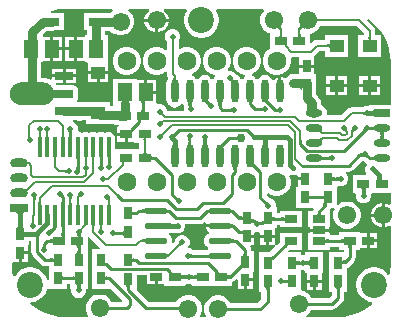
<source format=gbl>
G04*
G04 #@! TF.GenerationSoftware,Altium Limited,Altium Designer,23.10.1 (27)*
G04*
G04 Layer_Physical_Order=2*
G04 Layer_Color=16711680*
%FSLAX25Y25*%
%MOIN*%
G70*
G04*
G04 #@! TF.SameCoordinates,05B082E4-6B6C-4FD1-8055-B93BD63D6B00*
G04*
G04*
G04 #@! TF.FilePolarity,Positive*
G04*
G01*
G75*
%ADD10C,0.01000*%
%ADD17R,0.04000X0.03000*%
%ADD19R,0.03000X0.04000*%
%ADD29C,0.01500*%
%ADD30C,0.00800*%
%ADD31C,0.06299*%
%ADD32C,0.06102*%
%ADD33O,0.06000X0.03000*%
%ADD34R,0.06000X0.03000*%
%ADD35C,0.08661*%
%ADD36C,0.02000*%
%ADD37C,0.03000*%
%ADD38R,0.04921X0.05906*%
%ADD39O,0.01433X0.06858*%
%ADD40R,0.06201X0.02646*%
%ADD41O,0.12701X0.04488*%
%ADD42O,0.07678X0.02238*%
%ADD43O,0.02370X0.07760*%
%ADD44R,0.04724X0.04331*%
%ADD45O,0.05500X0.02500*%
%ADD46R,0.05500X0.02500*%
%ADD47R,0.04331X0.02559*%
%ADD48R,0.04724X0.02756*%
%ADD49C,0.03000*%
G36*
X99393Y-8343D02*
X99226Y-8288D01*
X99063Y-8252D01*
X98903Y-8236D01*
X98747Y-8240D01*
X98594Y-8264D01*
X98444Y-8309D01*
X98298Y-8373D01*
X98156Y-8457D01*
X98017Y-8561D01*
X97881Y-8684D01*
X97316Y-8119D01*
X97439Y-7983D01*
X97543Y-7844D01*
X97627Y-7702D01*
X97691Y-7556D01*
X97736Y-7406D01*
X97760Y-7253D01*
X97764Y-7097D01*
X97748Y-6937D01*
X97712Y-6774D01*
X97657Y-6607D01*
X99393Y-8343D01*
D02*
G37*
G36*
X91435Y-7353D02*
X91400Y-7436D01*
X91381Y-7521D01*
X91378Y-7608D01*
X91390Y-7697D01*
X91418Y-7787D01*
X91461Y-7879D01*
X91520Y-7973D01*
X91594Y-8068D01*
X91684Y-8165D01*
X91119Y-8731D01*
X91008Y-8626D01*
X90898Y-8536D01*
X90791Y-8461D01*
X90685Y-8401D01*
X90582Y-8355D01*
X90479Y-8325D01*
X90379Y-8309D01*
X90281Y-8308D01*
X90184Y-8321D01*
X90090Y-8350D01*
X91485Y-7271D01*
X91435Y-7353D01*
D02*
G37*
G36*
X98002Y-10366D02*
X98014Y-10504D01*
X98034Y-10626D01*
X98062Y-10732D01*
X98098Y-10821D01*
X98142Y-10894D01*
X98194Y-10951D01*
X98254Y-10992D01*
X98322Y-11016D01*
X98398Y-11024D01*
X96798D01*
X96874Y-11016D01*
X96942Y-10992D01*
X97002Y-10951D01*
X97054Y-10894D01*
X97098Y-10821D01*
X97134Y-10732D01*
X97162Y-10626D01*
X97182Y-10504D01*
X97194Y-10366D01*
X97198Y-10212D01*
X97998D01*
X98002Y-10366D01*
D02*
G37*
G36*
X91806D02*
X91818Y-10504D01*
X91838Y-10626D01*
X91866Y-10732D01*
X91902Y-10821D01*
X91946Y-10894D01*
X91998Y-10951D01*
X92058Y-10992D01*
X92126Y-11016D01*
X92202Y-11024D01*
X90602D01*
X90678Y-11016D01*
X90746Y-10992D01*
X90806Y-10951D01*
X90858Y-10894D01*
X90902Y-10821D01*
X90938Y-10732D01*
X90966Y-10626D01*
X90986Y-10504D01*
X90998Y-10366D01*
X91002Y-10212D01*
X91802D01*
X91806Y-10366D01*
D02*
G37*
G36*
X85779Y-2285D02*
X85358Y-2706D01*
X84759Y-3743D01*
X84449Y-4901D01*
Y-6099D01*
X84759Y-7257D01*
X85358Y-8294D01*
X86206Y-9142D01*
X87243Y-9741D01*
X87902Y-9917D01*
Y-14948D01*
X87145Y-15385D01*
X86279Y-16251D01*
X85667Y-17311D01*
X85350Y-18494D01*
Y-19718D01*
X85667Y-20900D01*
X86279Y-21961D01*
X87145Y-22826D01*
X88205Y-23438D01*
X89388Y-23755D01*
X90612D01*
X91795Y-23438D01*
X92855Y-22826D01*
X93721Y-21961D01*
X94333Y-20900D01*
X94650Y-19718D01*
Y-18494D01*
X94601Y-18313D01*
X95018Y-17937D01*
X97500D01*
Y-20402D01*
X100000D01*
X102500D01*
Y-17902D01*
X102500Y-17902D01*
X102500D01*
X102626Y-17434D01*
X102722Y-17370D01*
X104155Y-15937D01*
X106138D01*
Y-17665D01*
X113862D01*
Y-10335D01*
X106138D01*
Y-12063D01*
X103352D01*
X102611Y-12210D01*
X101982Y-12630D01*
X101560Y-13052D01*
X101098Y-12861D01*
Y-10051D01*
X101099D01*
X102257Y-9741D01*
X103295Y-9142D01*
X104142Y-8294D01*
X104637Y-7437D01*
X116698D01*
X119063Y-9802D01*
Y-10335D01*
X117138D01*
Y-17665D01*
X124862D01*
Y-10335D01*
X122937D01*
Y-9000D01*
X122790Y-8259D01*
X122370Y-7630D01*
X120195Y-5456D01*
X120514Y-5067D01*
X121111Y-5466D01*
X122874Y-7012D01*
X124420Y-8775D01*
X125722Y-10724D01*
X126759Y-12827D01*
X127513Y-15047D01*
X127970Y-17346D01*
X128105Y-19402D01*
X128101Y-19422D01*
Y-33750D01*
X122487D01*
X122400Y-33733D01*
X122312Y-33750D01*
X120888D01*
Y-33750D01*
X120507Y-34004D01*
X120497Y-34000D01*
X119503D01*
X118584Y-34381D01*
X118417Y-34548D01*
X118192Y-34563D01*
X115000D01*
X114259Y-34710D01*
X113630Y-35130D01*
X111698Y-37063D01*
X107079D01*
X106749Y-36687D01*
X106774Y-36500D01*
X106679Y-35782D01*
X106402Y-35113D01*
X105961Y-34539D01*
X105387Y-34098D01*
X104813Y-33860D01*
X104791Y-33582D01*
X104787Y-33238D01*
X104771Y-33165D01*
X104680Y-32474D01*
X104378Y-31744D01*
X103897Y-31118D01*
X103026Y-30247D01*
Y-26500D01*
X103000Y-26303D01*
Y-23500D01*
X102500D01*
Y-21402D01*
X100000D01*
X97500D01*
Y-23474D01*
X96391D01*
X95518Y-23471D01*
X95515Y-23471D01*
X95512Y-23471D01*
X95483Y-23476D01*
X94717Y-23577D01*
X93987Y-23879D01*
X93360Y-24360D01*
X93048Y-24767D01*
X92667Y-24923D01*
X92399Y-24842D01*
X91853Y-24477D01*
X91500Y-24407D01*
Y-29230D01*
X90500D01*
Y-24407D01*
X90147Y-24477D01*
X89425Y-24960D01*
X89036Y-25542D01*
X88546Y-25548D01*
X88489Y-25528D01*
X88345Y-25181D01*
X87915Y-24620D01*
X87354Y-24190D01*
X86701Y-23919D01*
X86000Y-23827D01*
X85299Y-23919D01*
X84646Y-24190D01*
X84085Y-24620D01*
X83804Y-24986D01*
X83730Y-25018D01*
X83270D01*
X83196Y-24986D01*
X82915Y-24620D01*
X82354Y-24190D01*
X81792Y-23957D01*
X81751Y-23656D01*
X81793Y-23439D01*
X81795Y-23438D01*
X82855Y-22826D01*
X83721Y-21961D01*
X84333Y-20900D01*
X84650Y-19718D01*
Y-18494D01*
X84333Y-17311D01*
X83721Y-16251D01*
X82855Y-15385D01*
X81795Y-14773D01*
X80612Y-14456D01*
X79388D01*
X78205Y-14773D01*
X77145Y-15385D01*
X76279Y-16251D01*
X75667Y-17311D01*
X75350Y-18494D01*
Y-19718D01*
X75667Y-20900D01*
X76279Y-21961D01*
X77145Y-22826D01*
X78205Y-23438D01*
X79388Y-23755D01*
X79427D01*
X79507Y-23915D01*
X79561Y-24255D01*
X79085Y-24620D01*
X78804Y-24986D01*
X78730Y-25018D01*
X78270D01*
X78196Y-24986D01*
X77915Y-24620D01*
X77354Y-24190D01*
X76701Y-23919D01*
X76700Y-23919D01*
X76519Y-23484D01*
X75816Y-22781D01*
X74897Y-22400D01*
X73988D01*
X73811Y-22149D01*
X73734Y-21938D01*
X74333Y-20900D01*
X74650Y-19718D01*
Y-18494D01*
X74333Y-17311D01*
X73721Y-16251D01*
X72855Y-15385D01*
X71795Y-14773D01*
X70612Y-14456D01*
X69388D01*
X68205Y-14773D01*
X67145Y-15385D01*
X66279Y-16251D01*
X65667Y-17311D01*
X65350Y-18494D01*
Y-19718D01*
X65667Y-20900D01*
X66279Y-21961D01*
X67145Y-22826D01*
X68205Y-23438D01*
X69388Y-23755D01*
X69427D01*
X69507Y-23915D01*
X69560Y-24255D01*
X69085Y-24620D01*
X68804Y-24986D01*
X68730Y-25018D01*
X68270D01*
X68196Y-24986D01*
X67915Y-24620D01*
X67354Y-24190D01*
X66701Y-23919D01*
X66000Y-23827D01*
X65299Y-23919D01*
X64646Y-24190D01*
X64085Y-24620D01*
X63804Y-24986D01*
X63730Y-25018D01*
X63270D01*
X63196Y-24986D01*
X62915Y-24620D01*
X62354Y-24190D01*
X61792Y-23957D01*
X61751Y-23656D01*
X61793Y-23439D01*
X61795Y-23438D01*
X62855Y-22826D01*
X63721Y-21961D01*
X64333Y-20900D01*
X64650Y-19718D01*
Y-18494D01*
X64333Y-17311D01*
X63721Y-16251D01*
X62855Y-15385D01*
X61795Y-14773D01*
X60612Y-14456D01*
X59388D01*
X58205Y-14773D01*
X57782Y-15017D01*
X57349Y-14767D01*
Y-12586D01*
X57519Y-12416D01*
X57900Y-11497D01*
Y-10503D01*
X57519Y-9584D01*
X56816Y-8881D01*
X55897Y-8500D01*
X54903D01*
X53984Y-8881D01*
X53281Y-9584D01*
X52900Y-10503D01*
Y-11497D01*
X53281Y-12416D01*
X53475Y-12610D01*
Y-15352D01*
X53013Y-15543D01*
X52855Y-15385D01*
X51795Y-14773D01*
X50612Y-14456D01*
X49388D01*
X48205Y-14773D01*
X47145Y-15385D01*
X46279Y-16251D01*
X45667Y-17311D01*
X45350Y-18494D01*
Y-19718D01*
X45667Y-20900D01*
X46279Y-21961D01*
X47145Y-22826D01*
X48205Y-23438D01*
X49388Y-23755D01*
X50612D01*
X51795Y-23438D01*
X52855Y-22826D01*
X53013Y-22669D01*
X53475Y-22860D01*
Y-23512D01*
X53622Y-24253D01*
X53969Y-24772D01*
X53655Y-25181D01*
X53384Y-25834D01*
X53292Y-26535D01*
Y-31925D01*
X53384Y-32626D01*
X53655Y-33279D01*
X54085Y-33840D01*
X54646Y-34270D01*
X55299Y-34541D01*
X56000Y-34633D01*
X56701Y-34541D01*
X57354Y-34270D01*
X57915Y-33840D01*
X58196Y-33474D01*
X58270Y-33442D01*
X58730D01*
X58804Y-33474D01*
X58963Y-33681D01*
X58970Y-33693D01*
X58976Y-33698D01*
X59069Y-33819D01*
Y-34167D01*
X59151Y-34580D01*
X59100Y-34703D01*
Y-35697D01*
X59056Y-35763D01*
X53502D01*
X53500Y-35760D01*
Y-35503D01*
X53119Y-34584D01*
X52416Y-33881D01*
X51497Y-33500D01*
X50503D01*
X50362Y-33558D01*
X49905Y-33206D01*
Y-30000D01*
X46445D01*
Y-29500D01*
X45945D01*
Y-25547D01*
X43516D01*
Y-25047D01*
X35594D01*
Y-33953D01*
X35100Y-33966D01*
X34362D01*
Y-32661D01*
X26638D01*
Y-32846D01*
X23566D01*
X23426Y-32528D01*
X23385Y-32346D01*
X23693Y-31885D01*
X23809Y-31300D01*
Y-28702D01*
X23693Y-28116D01*
X23361Y-27620D01*
X22865Y-27289D01*
X22280Y-27172D01*
X16753D01*
X16526Y-26872D01*
X16567Y-26660D01*
X16598Y-26588D01*
X16736Y-26384D01*
X18679D01*
Y-24561D01*
X15079D01*
Y-25030D01*
X15000Y-25137D01*
X14986Y-25150D01*
X14579Y-25324D01*
X14564Y-25317D01*
X14528Y-25306D01*
X14499Y-25284D01*
X14341Y-25208D01*
X14306Y-25199D01*
X14276Y-25179D01*
X14115Y-25111D01*
X14079Y-25104D01*
X14048Y-25085D01*
X13883Y-25024D01*
X13847Y-25019D01*
X13815Y-25001D01*
X13647Y-24949D01*
X13611Y-24945D01*
X13579Y-24929D01*
X13409Y-24884D01*
X13373Y-24882D01*
X13340Y-24868D01*
X13169Y-24831D01*
X13132Y-24830D01*
X13097Y-24817D01*
X12924Y-24789D01*
X12888Y-24790D01*
X12854Y-24779D01*
X12679Y-24758D01*
X12643Y-24761D01*
X12608Y-24751D01*
X12433Y-24739D01*
X12397Y-24744D01*
X12362Y-24736D01*
X12187Y-24732D01*
X12169Y-24735D01*
X12150Y-24731D01*
X11526D01*
Y-19553D01*
X12171D01*
Y-19053D01*
X14600D01*
Y-15100D01*
Y-11147D01*
X12171D01*
Y-10647D01*
X12171D01*
X12013Y-10266D01*
X13253Y-9026D01*
X15216D01*
X16000Y-8923D01*
X16108Y-8878D01*
X19079D01*
Y-3122D01*
X16108D01*
X16000Y-3077D01*
X15216Y-2974D01*
X14774D01*
X14693Y-2481D01*
X15010Y-2373D01*
X17309Y-1916D01*
X19303Y-1785D01*
X35232D01*
X35362Y-2268D01*
X35206Y-2358D01*
X34590Y-2974D01*
X29783D01*
X29000Y-3077D01*
X28892Y-3122D01*
X25921D01*
Y-8878D01*
X26758D01*
Y-10547D01*
X25984D01*
Y-11047D01*
X23555D01*
Y-15000D01*
Y-18953D01*
X25984D01*
Y-19453D01*
X26853D01*
X27138Y-19835D01*
X27138Y-19953D01*
Y-22500D01*
X30500D01*
X33862D01*
Y-19935D01*
X33906Y-19453D01*
X33906Y-19353D01*
Y-10547D01*
X32809D01*
Y-9026D01*
X34590D01*
X35206Y-9642D01*
X36243Y-10241D01*
X37401Y-10551D01*
X38599D01*
X39757Y-10241D01*
X40795Y-9642D01*
X41642Y-8794D01*
X42241Y-7757D01*
X42551Y-6599D01*
Y-5401D01*
X42241Y-4243D01*
X41642Y-3206D01*
X40795Y-2358D01*
X40638Y-2268D01*
X40768Y-1785D01*
X47386D01*
X47472Y-2108D01*
X47486Y-2285D01*
X46758Y-3012D01*
X46225Y-3936D01*
X45949Y-4967D01*
Y-5000D01*
X50000D01*
X54051D01*
Y-4967D01*
X53775Y-3936D01*
X53242Y-3012D01*
X52514Y-2285D01*
X52528Y-2108D01*
X52614Y-1785D01*
X59837D01*
X60104Y-2285D01*
X59794Y-2750D01*
X59354Y-3811D01*
X59130Y-4938D01*
Y-6086D01*
X59354Y-7213D01*
X59794Y-8274D01*
X60432Y-9229D01*
X61244Y-10041D01*
X62199Y-10679D01*
X63260Y-11118D01*
X64386Y-11343D01*
X65535D01*
X66661Y-11118D01*
X67722Y-10679D01*
X68678Y-10041D01*
X69490Y-9229D01*
X70128Y-8274D01*
X70567Y-7213D01*
X70791Y-6086D01*
Y-4938D01*
X70567Y-3811D01*
X70128Y-2750D01*
X69817Y-2285D01*
X70084Y-1785D01*
X85571D01*
X85779Y-2285D01*
D02*
G37*
G36*
X121404Y-11201D02*
X121416Y-11339D01*
X121436Y-11461D01*
X121464Y-11566D01*
X121500Y-11656D01*
X121544Y-11729D01*
X121596Y-11786D01*
X121656Y-11826D01*
X121724Y-11851D01*
X121800Y-11859D01*
X120200D01*
X120276Y-11851D01*
X120344Y-11826D01*
X120404Y-11786D01*
X120456Y-11729D01*
X120500Y-11656D01*
X120536Y-11566D01*
X120564Y-11461D01*
X120584Y-11339D01*
X120596Y-11201D01*
X120600Y-11047D01*
X121400D01*
X121404Y-11201D01*
D02*
G37*
G36*
X107662Y-14800D02*
X107654Y-14724D01*
X107629Y-14656D01*
X107589Y-14596D01*
X107532Y-14544D01*
X107459Y-14500D01*
X107369Y-14464D01*
X107264Y-14436D01*
X107142Y-14416D01*
X107004Y-14404D01*
X106850Y-14400D01*
Y-13600D01*
X107004Y-13596D01*
X107142Y-13584D01*
X107264Y-13564D01*
X107369Y-13536D01*
X107459Y-13500D01*
X107532Y-13456D01*
X107589Y-13404D01*
X107629Y-13344D01*
X107654Y-13276D01*
X107662Y-13200D01*
Y-14800D01*
D02*
G37*
G36*
X56404Y-24830D02*
X56435Y-25166D01*
X56463Y-25302D01*
X56498Y-25418D01*
X56541Y-25512D01*
X56592Y-25585D01*
X56651Y-25638D01*
X56718Y-25670D01*
X56793Y-25680D01*
X55207D01*
X55282Y-25670D01*
X55349Y-25638D01*
X55408Y-25585D01*
X55459Y-25512D01*
X55502Y-25418D01*
X55537Y-25302D01*
X55565Y-25166D01*
X55584Y-25009D01*
X55596Y-24830D01*
X55600Y-24631D01*
X56400D01*
X56404Y-24830D01*
D02*
G37*
G36*
X75093Y-25039D02*
X75194Y-25123D01*
X75400Y-24922D01*
X75402Y-25006D01*
X75411Y-25088D01*
X75427Y-25169D01*
X75451Y-25249D01*
X75483Y-25327D01*
X75491Y-25343D01*
X75575Y-25388D01*
X75673Y-25425D01*
X75761Y-25441D01*
X75841Y-25437D01*
X75911Y-25413D01*
X75971Y-25368D01*
X75692Y-25640D01*
X75750Y-25702D01*
X75177Y-26260D01*
X75116Y-26203D01*
X74837Y-26475D01*
X74883Y-26416D01*
X74908Y-26347D01*
X74913Y-26269D01*
X74898Y-26181D01*
X74862Y-26084D01*
X74816Y-25997D01*
X74803Y-25991D01*
X74724Y-25958D01*
X74644Y-25933D01*
X74563Y-25915D01*
X74481Y-25904D01*
X74398Y-25900D01*
X74601Y-25702D01*
X74514Y-25603D01*
X74376Y-25459D01*
X74949Y-24901D01*
X75093Y-25039D01*
D02*
G37*
G36*
X98512Y-25012D02*
Y-28988D01*
X98482Y-28800D01*
X98392Y-28632D01*
X98242Y-28484D01*
X98032Y-28356D01*
X97762Y-28247D01*
X97432Y-28158D01*
X97042Y-28089D01*
X96592Y-28040D01*
X95512Y-28000D01*
Y-25000D01*
X98512Y-25012D01*
D02*
G37*
G36*
X46405Y-32439D02*
X46320Y-32469D01*
X46245Y-32520D01*
X46180Y-32591D01*
X46125Y-32682D01*
X46080Y-32793D01*
X46045Y-32925D01*
X46020Y-33076D01*
X46005Y-33248D01*
X46000Y-33441D01*
X45000D01*
X44995Y-33248D01*
X44980Y-33076D01*
X44955Y-32925D01*
X44920Y-32793D01*
X44875Y-32682D01*
X44820Y-32591D01*
X44755Y-32520D01*
X44680Y-32469D01*
X44595Y-32439D01*
X44500Y-32429D01*
X46500D01*
X46405Y-32439D01*
D02*
G37*
G36*
X12326Y-26265D02*
X12501Y-26277D01*
X12675Y-26298D01*
X12848Y-26326D01*
X13019Y-26363D01*
X13189Y-26408D01*
X13356Y-26460D01*
X13521Y-26521D01*
X13682Y-26589D01*
X13841Y-26664D01*
X13995Y-26747D01*
X14146Y-26837D01*
X14292Y-26934D01*
X14433Y-27038D01*
X14569Y-27148D01*
X14701Y-27265D01*
X14826Y-27387D01*
X14945Y-27516D01*
X15059Y-27649D01*
X15166Y-27788D01*
X15266Y-27932D01*
X15360Y-28080D01*
X15446Y-28233D01*
X15526Y-28389D01*
X15597Y-28702D01*
X22280D01*
Y-31300D01*
X15597D01*
X15526Y-31612D01*
X15446Y-31769D01*
X15360Y-31921D01*
X15266Y-32070D01*
X15166Y-32213D01*
X15059Y-32352D01*
X14945Y-32486D01*
X14826Y-32614D01*
X14701Y-32737D01*
X14569Y-32853D01*
X14433Y-32963D01*
X14292Y-33067D01*
X14146Y-33164D01*
X13995Y-33254D01*
X13841Y-33337D01*
X13682Y-33413D01*
X13521Y-33481D01*
X13356Y-33541D01*
X13189Y-33594D01*
X13019Y-33639D01*
X12848Y-33675D01*
X12675Y-33704D01*
X12501Y-33724D01*
X12326Y-33737D01*
X12150Y-33741D01*
X4850D01*
X4675Y-33737D01*
X4500Y-33724D01*
X4326Y-33704D01*
X4153Y-33675D01*
X3982Y-33639D01*
X3812Y-33594D01*
X3645Y-33541D01*
X3480Y-33481D01*
X3319Y-33413D01*
X3160Y-33337D01*
X3006Y-33254D01*
X2855Y-33164D01*
X2709Y-33067D01*
X2568Y-32963D01*
X2431Y-32853D01*
X2300Y-32737D01*
X2175Y-32614D01*
X2055Y-32486D01*
X1942Y-32352D01*
X1835Y-32213D01*
X1735Y-32070D01*
X1641Y-31921D01*
X1555Y-31769D01*
X1475Y-31612D01*
X1403Y-31452D01*
X1339Y-31289D01*
X1283Y-31123D01*
X1234Y-30955D01*
X1193Y-30784D01*
X1161Y-30612D01*
X1136Y-30438D01*
X1120Y-30264D01*
X1111Y-30088D01*
Y-29913D01*
X1120Y-29738D01*
X1136Y-29563D01*
X1161Y-29390D01*
X1193Y-29217D01*
X1234Y-29047D01*
X1283Y-28878D01*
X1339Y-28712D01*
X1403Y-28549D01*
X1475Y-28389D01*
X1555Y-28233D01*
X1641Y-28080D01*
X1735Y-27932D01*
X1835Y-27788D01*
X1942Y-27649D01*
X2055Y-27516D01*
X2175Y-27387D01*
X2300Y-27265D01*
X2431Y-27148D01*
X2568Y-27038D01*
X2709Y-26934D01*
X2855Y-26837D01*
X3006Y-26747D01*
X3160Y-26664D01*
X3319Y-26589D01*
X3480Y-26521D01*
X3645Y-26460D01*
X3812Y-26408D01*
X3982Y-26363D01*
X4153Y-26326D01*
X4326Y-26298D01*
X4500Y-26277D01*
X4675Y-26265D01*
X4850Y-26261D01*
X12150D01*
X12326Y-26265D01*
D02*
G37*
G36*
X71897Y-32556D02*
X71814Y-32599D01*
X71740Y-32671D01*
X71677Y-32773D01*
X71623Y-32903D01*
X71579Y-33062D01*
X71544Y-33250D01*
X71520Y-33467D01*
X71505Y-33713D01*
X71500Y-33987D01*
X70500D01*
X70495Y-33713D01*
X70456Y-33250D01*
X70421Y-33062D01*
X70377Y-32903D01*
X70323Y-32773D01*
X70260Y-32671D01*
X70186Y-32599D01*
X70103Y-32556D01*
X70009Y-32541D01*
X71991D01*
X71897Y-32556D01*
D02*
G37*
G36*
X61945Y-32628D02*
X61875Y-32747D01*
X61812Y-32872D01*
X61758Y-33005D01*
X61712Y-33143D01*
X61674Y-33289D01*
X61645Y-33441D01*
X61624Y-33599D01*
X61612Y-33765D01*
X61608Y-33937D01*
X60608Y-34032D01*
X60603Y-33768D01*
X60564Y-33326D01*
X60529Y-33147D01*
X60485Y-32998D01*
X60431Y-32877D01*
X60368Y-32785D01*
X60294Y-32722D01*
X60211Y-32688D01*
X60117Y-32682D01*
X62025Y-32516D01*
X61945Y-32628D01*
D02*
G37*
G36*
X67115Y-31745D02*
X67085Y-31833D01*
X67083Y-31935D01*
X67107Y-32050D01*
X67159Y-32178D01*
X67237Y-32319D01*
X67342Y-32473D01*
X67474Y-32639D01*
X67633Y-32819D01*
X67704Y-32893D01*
X67843Y-33010D01*
X67913Y-33061D01*
X67982Y-33104D01*
X68048Y-33139D01*
X68112Y-33166D01*
X68173Y-33185D01*
X68233Y-33197D01*
X68290Y-33200D01*
X67300Y-34190D01*
X67297Y-34133D01*
X67285Y-34073D01*
X67266Y-34012D01*
X67239Y-33948D01*
X67204Y-33882D01*
X67161Y-33813D01*
X67110Y-33743D01*
X67051Y-33670D01*
X66975Y-33588D01*
X66927Y-33541D01*
X66576Y-33246D01*
X66420Y-33138D01*
X66278Y-33058D01*
X66149Y-33005D01*
X66033Y-32980D01*
X65930Y-32981D01*
X65840Y-33009D01*
X65764Y-33065D01*
X67171Y-31669D01*
X67115Y-31745D01*
D02*
G37*
G36*
X103262Y-33653D02*
X103336Y-34579D01*
X103381Y-34801D01*
X103435Y-34980D01*
X103499Y-35116D01*
X103574Y-35208D01*
X103657Y-35258D01*
X103751Y-35263D01*
X99919Y-35876D01*
X99983Y-35770D01*
X100041Y-35630D01*
X100091Y-35455D01*
X100135Y-35245D01*
X100173Y-35000D01*
X100227Y-34407D01*
X100254Y-33675D01*
X100257Y-33257D01*
X103257D01*
X103262Y-33653D01*
D02*
G37*
G36*
X46005Y-35204D02*
X46020Y-35376D01*
X46045Y-35528D01*
X46080Y-35660D01*
X46125Y-35771D01*
X46180Y-35862D01*
X46245Y-35933D01*
X46320Y-35983D01*
X46405Y-36014D01*
X46500Y-36024D01*
X44500D01*
X44595Y-36014D01*
X44680Y-35983D01*
X44755Y-35933D01*
X44820Y-35862D01*
X44875Y-35771D01*
X44920Y-35660D01*
X44955Y-35528D01*
X44980Y-35376D01*
X44995Y-35204D01*
X45000Y-35012D01*
X46000D01*
X46005Y-35204D01*
D02*
G37*
G36*
X74986Y-36200D02*
X74943Y-36162D01*
X74893Y-36128D01*
X74836Y-36098D01*
X74771Y-36072D01*
X74700Y-36050D01*
X74621Y-36032D01*
X74535Y-36018D01*
X74442Y-36008D01*
X74234Y-36000D01*
Y-35000D01*
X74341Y-34998D01*
X74535Y-34982D01*
X74621Y-34968D01*
X74700Y-34950D01*
X74771Y-34928D01*
X74836Y-34902D01*
X74893Y-34872D01*
X74943Y-34838D01*
X74986Y-34800D01*
Y-36200D01*
D02*
G37*
G36*
X119286Y-36022D02*
X119364Y-36016D01*
X119430Y-35994D01*
X119470Y-35969D01*
Y-37031D01*
X119430Y-37006D01*
X119364Y-36984D01*
X119286Y-36967D01*
Y-37200D01*
X119225Y-37143D01*
X119160Y-37092D01*
X119090Y-37047D01*
X119016Y-37008D01*
X118938Y-36975D01*
X118856Y-36948D01*
X118769Y-36927D01*
X118712Y-36917D01*
X118147Y-36901D01*
X117866Y-36900D01*
Y-36100D01*
X118147Y-36099D01*
X118861Y-36050D01*
X118938Y-36025D01*
X119016Y-35992D01*
X119090Y-35953D01*
X119160Y-35908D01*
X119225Y-35857D01*
X119286Y-35800D01*
Y-36022D01*
D02*
G37*
G36*
X122400Y-37738D02*
X122385Y-37645D01*
X122340Y-37562D01*
X122265Y-37489D01*
X122160Y-37426D01*
X122025Y-37372D01*
X121860Y-37328D01*
X121665Y-37294D01*
X121440Y-37269D01*
X120900Y-37250D01*
Y-35750D01*
X121185Y-35745D01*
X121665Y-35706D01*
X121860Y-35672D01*
X122025Y-35628D01*
X122160Y-35574D01*
X122265Y-35511D01*
X122340Y-35438D01*
X122385Y-35355D01*
X122400Y-35262D01*
Y-37738D01*
D02*
G37*
G36*
X26638Y-39992D02*
X30969D01*
X31165Y-40018D01*
X35902D01*
Y-40500D01*
X37460D01*
X37244Y-41000D01*
X36902D01*
Y-43000D01*
X39902D01*
Y-43500D01*
X40402D01*
Y-46000D01*
X42500D01*
Y-46500D01*
X44161D01*
Y-48500D01*
X36402D01*
X36276Y-48052D01*
Y-44984D01*
X36104Y-44120D01*
X35614Y-43386D01*
X34881Y-42897D01*
X34016Y-42724D01*
X33151Y-42897D01*
X32737Y-43174D01*
X32322Y-42897D01*
X31457Y-42724D01*
X30592Y-42897D01*
X30178Y-43174D01*
X29763Y-42897D01*
X28898Y-42724D01*
X28033Y-42897D01*
X27619Y-43174D01*
X27204Y-42897D01*
X26339Y-42724D01*
X25474Y-42897D01*
X25059Y-43174D01*
X24644Y-42897D01*
X24030Y-42774D01*
X23698Y-42270D01*
X23720Y-42217D01*
Y-41223D01*
X23339Y-40304D01*
X22636Y-39601D01*
X22147Y-39398D01*
X22246Y-38898D01*
X23477D01*
X23858Y-39000D01*
X24648D01*
X25029Y-38898D01*
X26638D01*
Y-39992D01*
D02*
G37*
G36*
X120757Y-40838D02*
X120807Y-40872D01*
X120864Y-40902D01*
X120929Y-40928D01*
X121000Y-40950D01*
X121079Y-40968D01*
X121165Y-40982D01*
X121258Y-40992D01*
X121466Y-41000D01*
Y-42000D01*
X121358Y-42002D01*
X121165Y-42018D01*
X121079Y-42032D01*
X121000Y-42050D01*
X120929Y-42072D01*
X120864Y-42098D01*
X120807Y-42128D01*
X120757Y-42162D01*
X120714Y-42200D01*
Y-40800D01*
X120757Y-40838D01*
D02*
G37*
G36*
X122915Y-42491D02*
X122901Y-42397D01*
X122858Y-42314D01*
X122788Y-42240D01*
X122689Y-42177D01*
X122562Y-42123D01*
X122407Y-42079D01*
X122224Y-42044D01*
X122012Y-42020D01*
X121773Y-42005D01*
X121505Y-42000D01*
Y-41000D01*
X121773Y-40995D01*
X122224Y-40956D01*
X122407Y-40922D01*
X122562Y-40877D01*
X122689Y-40823D01*
X122788Y-40760D01*
X122858Y-40686D01*
X122901Y-40603D01*
X122915Y-40510D01*
Y-42491D01*
D02*
G37*
G36*
X115815Y-42483D02*
X115810Y-42486D01*
X115796Y-42497D01*
X115749Y-42541D01*
X115433Y-42851D01*
X114867Y-42286D01*
X114919Y-42233D01*
X115106Y-42019D01*
X115117Y-42000D01*
X115121Y-41986D01*
X115120Y-41976D01*
X115815Y-42483D01*
D02*
G37*
G36*
X113379Y-41986D02*
X113383Y-42000D01*
X113394Y-42019D01*
X113410Y-42043D01*
X113433Y-42072D01*
X113495Y-42143D01*
X113633Y-42286D01*
X113067Y-42851D01*
X112685Y-42483D01*
X113380Y-41976D01*
X113379Y-41986D01*
D02*
G37*
G36*
X119990Y-42500D02*
X119933Y-42503D01*
X119873Y-42515D01*
X119812Y-42534D01*
X119748Y-42561D01*
X119682Y-42596D01*
X119613Y-42639D01*
X119543Y-42690D01*
X119470Y-42749D01*
X119317Y-42890D01*
X118610Y-42183D01*
X118684Y-42106D01*
X118810Y-41957D01*
X118861Y-41887D01*
X118904Y-41818D01*
X118939Y-41752D01*
X118966Y-41688D01*
X118985Y-41627D01*
X118997Y-41567D01*
X119000Y-41510D01*
X119990Y-42500D01*
D02*
G37*
G36*
X21882Y-42477D02*
X21848Y-42527D01*
X21818Y-42584D01*
X21792Y-42649D01*
X21770Y-42720D01*
X21752Y-42799D01*
X21738Y-42885D01*
X21728Y-42978D01*
X21720Y-43186D01*
X20720D01*
X20718Y-43078D01*
X20702Y-42885D01*
X20688Y-42799D01*
X20670Y-42720D01*
X20648Y-42649D01*
X20622Y-42584D01*
X20592Y-42527D01*
X20558Y-42477D01*
X20520Y-42434D01*
X21920D01*
X21882Y-42477D01*
D02*
G37*
G36*
X105083Y-41997D02*
X105047Y-42049D01*
X105032Y-42111D01*
X105036Y-42182D01*
X105061Y-42264D01*
X105105Y-42355D01*
X105170Y-42456D01*
X105255Y-42566D01*
X105360Y-42687D01*
X105485Y-42817D01*
X104818Y-43281D01*
X104676Y-43144D01*
X104416Y-42926D01*
X104298Y-42844D01*
X104189Y-42780D01*
X104087Y-42735D01*
X103994Y-42708D01*
X103909Y-42699D01*
X103831Y-42709D01*
X103762Y-42737D01*
X105139Y-41955D01*
X105083Y-41997D01*
D02*
G37*
G36*
X126043Y-42747D02*
X125958Y-42777D01*
X125883Y-42828D01*
X125818Y-42899D01*
X125763Y-42990D01*
X125718Y-43101D01*
X125683Y-43233D01*
X125658Y-43384D01*
X125643Y-43556D01*
X125638Y-43749D01*
X124638D01*
X124633Y-43556D01*
X124618Y-43384D01*
X124593Y-43233D01*
X124558Y-43101D01*
X124513Y-42990D01*
X124458Y-42899D01*
X124393Y-42828D01*
X124318Y-42777D01*
X124233Y-42747D01*
X124138Y-42737D01*
X126138D01*
X126043Y-42747D01*
D02*
G37*
G36*
X21722Y-43662D02*
X21761Y-44277D01*
X21779Y-44394D01*
X21800Y-44495D01*
X21825Y-44582D01*
X21853Y-44653D01*
X21884Y-44710D01*
X20556D01*
X20587Y-44653D01*
X20615Y-44582D01*
X20640Y-44495D01*
X20661Y-44394D01*
X20679Y-44277D01*
X20705Y-44000D01*
X20718Y-43662D01*
X20720Y-43471D01*
X21720D01*
X21722Y-43662D01*
D02*
G37*
G36*
X125643Y-44444D02*
X125658Y-44616D01*
X125683Y-44767D01*
X125718Y-44899D01*
X125763Y-45010D01*
X125818Y-45101D01*
X125883Y-45172D01*
X125958Y-45223D01*
X126043Y-45253D01*
X126138Y-45263D01*
X124138D01*
X124233Y-45253D01*
X124318Y-45223D01*
X124393Y-45172D01*
X124458Y-45101D01*
X124513Y-45010D01*
X124558Y-44899D01*
X124593Y-44767D01*
X124618Y-44616D01*
X124633Y-44444D01*
X124638Y-44251D01*
X125638D01*
X125643Y-44444D01*
D02*
G37*
G36*
X105485Y-45183D02*
X105360Y-45313D01*
X105170Y-45544D01*
X105105Y-45645D01*
X105061Y-45736D01*
X105036Y-45818D01*
X105032Y-45889D01*
X105047Y-45951D01*
X105083Y-46003D01*
X105139Y-46045D01*
X103762Y-45263D01*
X103831Y-45291D01*
X103909Y-45301D01*
X103994Y-45292D01*
X104087Y-45265D01*
X104189Y-45220D01*
X104298Y-45156D01*
X104416Y-45074D01*
X104542Y-44974D01*
X104818Y-44719D01*
X105485Y-45183D01*
D02*
G37*
G36*
X61643Y-44875D02*
X61592Y-44940D01*
X61547Y-45010D01*
X61508Y-45084D01*
X61475Y-45162D01*
X61448Y-45244D01*
X61427Y-45331D01*
X61412Y-45422D01*
X61403Y-45517D01*
X61400Y-45616D01*
X60600D01*
X60597Y-45517D01*
X60588Y-45422D01*
X60573Y-45331D01*
X60552Y-45244D01*
X60525Y-45162D01*
X60492Y-45084D01*
X60453Y-45010D01*
X60408Y-44940D01*
X60357Y-44875D01*
X60300Y-44814D01*
X61700D01*
X61643Y-44875D01*
D02*
G37*
G36*
X46822Y-44996D02*
X46754Y-45020D01*
X46694Y-45060D01*
X46642Y-45116D01*
X46598Y-45188D01*
X46562Y-45276D01*
X46534Y-45380D01*
X46514Y-45500D01*
X46502Y-45636D01*
X46498Y-45788D01*
X45698D01*
X45694Y-45636D01*
X45682Y-45500D01*
X45662Y-45380D01*
X45634Y-45276D01*
X45598Y-45188D01*
X45554Y-45116D01*
X45502Y-45060D01*
X45442Y-45020D01*
X45374Y-44996D01*
X45298Y-44988D01*
X46898D01*
X46822Y-44996D01*
D02*
G37*
G36*
X66662Y-45257D02*
X66628Y-45307D01*
X66598Y-45364D01*
X66572Y-45428D01*
X66550Y-45500D01*
X66532Y-45579D01*
X66518Y-45665D01*
X66508Y-45758D01*
X66500Y-45966D01*
X65500D01*
X65498Y-45858D01*
X65482Y-45665D01*
X65468Y-45579D01*
X65450Y-45500D01*
X65428Y-45428D01*
X65402Y-45364D01*
X65372Y-45307D01*
X65338Y-45257D01*
X65300Y-45214D01*
X66700D01*
X66662Y-45257D01*
D02*
G37*
G36*
X61404Y-46370D02*
X61435Y-46706D01*
X61463Y-46842D01*
X61498Y-46958D01*
X61541Y-47052D01*
X61592Y-47126D01*
X61651Y-47178D01*
X61718Y-47209D01*
X61793Y-47220D01*
X60207D01*
X60282Y-47209D01*
X60349Y-47178D01*
X60408Y-47126D01*
X60459Y-47052D01*
X60502Y-46958D01*
X60537Y-46842D01*
X60565Y-46706D01*
X60584Y-46549D01*
X60596Y-46370D01*
X60600Y-46171D01*
X61400D01*
X61404Y-46370D01*
D02*
G37*
G36*
X66505Y-46287D02*
X66544Y-46750D01*
X66579Y-46938D01*
X66623Y-47097D01*
X66677Y-47227D01*
X66740Y-47329D01*
X66814Y-47401D01*
X66897Y-47444D01*
X66991Y-47459D01*
X65009D01*
X65103Y-47444D01*
X65186Y-47401D01*
X65260Y-47329D01*
X65323Y-47227D01*
X65377Y-47097D01*
X65421Y-46938D01*
X65456Y-46750D01*
X65480Y-46533D01*
X65495Y-46287D01*
X65500Y-46013D01*
X66500D01*
X66505Y-46287D01*
D02*
G37*
G36*
X46502Y-49364D02*
X46514Y-49500D01*
X46534Y-49620D01*
X46562Y-49724D01*
X46598Y-49812D01*
X46642Y-49884D01*
X46694Y-49940D01*
X46754Y-49980D01*
X46822Y-50004D01*
X46898Y-50012D01*
X45298D01*
X45374Y-50004D01*
X45442Y-49980D01*
X45502Y-49940D01*
X45554Y-49884D01*
X45598Y-49812D01*
X45634Y-49724D01*
X45662Y-49620D01*
X45682Y-49500D01*
X45694Y-49364D01*
X45698Y-49212D01*
X46498D01*
X46502Y-49364D01*
D02*
G37*
G36*
X119097Y-50915D02*
X119072Y-50907D01*
X119037Y-50899D01*
X118993Y-50893D01*
X118875Y-50882D01*
X118522Y-50872D01*
X118409Y-50871D01*
X117908Y-49871D01*
X118016Y-49869D01*
X118115Y-49861D01*
X118204Y-49848D01*
X118285Y-49830D01*
X118356Y-49807D01*
X118419Y-49779D01*
X118472Y-49746D01*
X118516Y-49707D01*
X118551Y-49664D01*
X118577Y-49615D01*
X119097Y-50915D01*
D02*
G37*
G36*
X120503Y-50067D02*
X120515Y-50126D01*
X120534Y-50188D01*
X120561Y-50252D01*
X120596Y-50318D01*
X120639Y-50387D01*
X120690Y-50457D01*
X120749Y-50530D01*
X120890Y-50683D01*
X120183Y-51390D01*
X120106Y-51315D01*
X119957Y-51190D01*
X119887Y-51139D01*
X119818Y-51096D01*
X119752Y-51061D01*
X119688Y-51034D01*
X119626Y-51015D01*
X119567Y-51003D01*
X119510Y-51000D01*
X120500Y-50010D01*
X120503Y-50067D01*
D02*
G37*
G36*
X16716Y-50767D02*
X16671Y-50855D01*
X16631Y-50950D01*
X16597Y-51051D01*
X16568Y-51158D01*
X16544Y-51272D01*
X16526Y-51392D01*
X16505Y-51651D01*
X16502Y-51790D01*
X15702D01*
X15699Y-51651D01*
X15678Y-51392D01*
X15660Y-51272D01*
X15636Y-51158D01*
X15607Y-51051D01*
X15573Y-50950D01*
X15533Y-50855D01*
X15488Y-50767D01*
X15438Y-50684D01*
X16766D01*
X16716Y-50767D01*
D02*
G37*
G36*
X24412Y-50741D02*
X24384Y-50812D01*
X24359Y-50899D01*
X24338Y-51000D01*
X24320Y-51117D01*
X24294Y-51394D01*
X24281Y-51732D01*
X24279Y-51923D01*
X23279D01*
X23277Y-51732D01*
X23238Y-51117D01*
X23220Y-51000D01*
X23199Y-50899D01*
X23174Y-50812D01*
X23146Y-50741D01*
X23115Y-50684D01*
X24443D01*
X24412Y-50741D01*
D02*
G37*
G36*
X34723Y-50682D02*
X34741Y-50733D01*
X34757Y-50819D01*
X34770Y-50940D01*
X34789Y-51286D01*
X34800Y-52067D01*
X33800Y-52085D01*
X33797Y-51898D01*
X33774Y-51572D01*
X33753Y-51432D01*
X33727Y-51307D01*
X33695Y-51198D01*
X33657Y-51105D01*
X33613Y-51027D01*
X33564Y-50964D01*
X33508Y-50918D01*
X34680Y-50684D01*
X34703Y-50666D01*
X34723Y-50682D01*
D02*
G37*
G36*
X107786Y-52200D02*
X107743Y-52162D01*
X107693Y-52128D01*
X107636Y-52098D01*
X107571Y-52072D01*
X107500Y-52050D01*
X107421Y-52032D01*
X107335Y-52018D01*
X107242Y-52008D01*
X107034Y-52000D01*
Y-51000D01*
X107142Y-50998D01*
X107335Y-50982D01*
X107421Y-50968D01*
X107500Y-50950D01*
X107571Y-50928D01*
X107636Y-50902D01*
X107693Y-50872D01*
X107743Y-50838D01*
X107786Y-50800D01*
Y-52200D01*
D02*
G37*
G36*
X122915Y-52491D02*
X122901Y-52397D01*
X122858Y-52314D01*
X122788Y-52240D01*
X122689Y-52177D01*
X122562Y-52123D01*
X122407Y-52078D01*
X122224Y-52044D01*
X122012Y-52020D01*
X121773Y-52005D01*
X121505Y-52000D01*
Y-51000D01*
X121773Y-50995D01*
X122224Y-50956D01*
X122407Y-50921D01*
X122562Y-50877D01*
X122689Y-50823D01*
X122788Y-50760D01*
X122858Y-50686D01*
X122901Y-50603D01*
X122915Y-50510D01*
Y-52491D01*
D02*
G37*
G36*
X104737Y-50603D02*
X104780Y-50686D01*
X104850Y-50760D01*
X104949Y-50823D01*
X105076Y-50877D01*
X105231Y-50921D01*
X105414Y-50956D01*
X105625Y-50980D01*
X105865Y-50995D01*
X106133Y-51000D01*
Y-52000D01*
X105865Y-52005D01*
X105414Y-52044D01*
X105231Y-52078D01*
X105076Y-52123D01*
X104949Y-52177D01*
X104850Y-52240D01*
X104780Y-52314D01*
X104737Y-52397D01*
X104723Y-52491D01*
Y-50510D01*
X104737Y-50603D01*
D02*
G37*
G36*
X48085Y-50595D02*
X48115Y-50680D01*
X48166Y-50755D01*
X48236Y-50820D01*
X48327Y-50875D01*
X48439Y-50920D01*
X48570Y-50955D01*
X48722Y-50980D01*
X48894Y-50995D01*
X49086Y-51000D01*
Y-52000D01*
X48894Y-52005D01*
X48722Y-52020D01*
X48570Y-52045D01*
X48439Y-52080D01*
X48327Y-52125D01*
X48236Y-52180D01*
X48166Y-52245D01*
X48115Y-52320D01*
X48085Y-52405D01*
X48074Y-52500D01*
Y-50500D01*
X48085Y-50595D01*
D02*
G37*
G36*
X34802Y-53241D02*
X34818Y-53435D01*
X34832Y-53521D01*
X34850Y-53600D01*
X34872Y-53671D01*
X34898Y-53736D01*
X34928Y-53793D01*
X34962Y-53843D01*
X35000Y-53886D01*
X33600D01*
X33638Y-53843D01*
X33672Y-53793D01*
X33702Y-53736D01*
X33728Y-53671D01*
X33750Y-53600D01*
X33768Y-53521D01*
X33782Y-53435D01*
X33792Y-53342D01*
X33800Y-53134D01*
X34800D01*
X34802Y-53241D01*
D02*
G37*
G36*
X24279Y-54773D02*
X24280Y-54883D01*
X24302Y-55243D01*
X24312Y-55313D01*
X24338Y-55427D01*
X24354Y-55473D01*
X24371Y-55510D01*
X23027Y-55119D01*
X23075Y-55088D01*
X23118Y-55048D01*
X23155Y-55000D01*
X23188Y-54943D01*
X23216Y-54878D01*
X23239Y-54804D01*
X23256Y-54722D01*
X23269Y-54631D01*
X23277Y-54532D01*
X23279Y-54425D01*
X24279Y-54773D01*
D02*
G37*
G36*
X76897Y-54096D02*
X76814Y-54139D01*
X76740Y-54211D01*
X76677Y-54313D01*
X76623Y-54443D01*
X76578Y-54602D01*
X76544Y-54790D01*
X76520Y-55007D01*
X76505Y-55253D01*
X76500Y-55527D01*
X75500D01*
X75495Y-55253D01*
X75456Y-54790D01*
X75422Y-54602D01*
X75377Y-54443D01*
X75323Y-54313D01*
X75260Y-54211D01*
X75186Y-54139D01*
X75103Y-54096D01*
X75010Y-54081D01*
X76990D01*
X76897Y-54096D01*
D02*
G37*
G36*
X20186Y-56600D02*
X20125Y-56543D01*
X20060Y-56492D01*
X19990Y-56447D01*
X19916Y-56408D01*
X19838Y-56375D01*
X19756Y-56348D01*
X19669Y-56327D01*
X19578Y-56312D01*
X19483Y-56303D01*
X19384Y-56300D01*
Y-55500D01*
X19483Y-55497D01*
X19578Y-55488D01*
X19669Y-55473D01*
X19756Y-55452D01*
X19838Y-55425D01*
X19916Y-55392D01*
X19990Y-55353D01*
X20060Y-55308D01*
X20125Y-55257D01*
X20186Y-55200D01*
Y-56600D01*
D02*
G37*
G36*
X124911Y-57499D02*
X124951Y-57899D01*
X124986Y-58061D01*
X125031Y-58199D01*
X125086Y-58312D01*
X125151Y-58399D01*
X125226Y-58462D01*
X125312Y-58499D01*
X125407Y-58512D01*
X123110D01*
X123167Y-58499D01*
X123217Y-58462D01*
X123261Y-58399D01*
X123299Y-58312D01*
X123332Y-58199D01*
X123359Y-58061D01*
X123379Y-57899D01*
X123403Y-57499D01*
X123406Y-57261D01*
X124906D01*
X124911Y-57499D01*
D02*
G37*
G36*
X110687Y-59102D02*
X110645Y-59064D01*
X110595Y-59030D01*
X110537Y-59000D01*
X110473Y-58974D01*
X110401Y-58952D01*
X110323Y-58934D01*
X110237Y-58920D01*
X110143Y-58910D01*
X109935Y-58902D01*
Y-57902D01*
X110043Y-57900D01*
X110237Y-57884D01*
X110323Y-57870D01*
X110401Y-57852D01*
X110473Y-57830D01*
X110537Y-57804D01*
X110595Y-57774D01*
X110645Y-57740D01*
X110687Y-57702D01*
Y-59102D01*
D02*
G37*
G36*
X108498Y-57497D02*
X108528Y-57582D01*
X108578Y-57657D01*
X108648Y-57722D01*
X108738Y-57777D01*
X108848Y-57822D01*
X108978Y-57857D01*
X109128Y-57882D01*
X109298Y-57897D01*
X109488Y-57902D01*
Y-58902D01*
X109298Y-58907D01*
X109128Y-58922D01*
X108978Y-58947D01*
X108848Y-58982D01*
X108738Y-59027D01*
X108648Y-59082D01*
X108578Y-59147D01*
X108528Y-59222D01*
X108498Y-59307D01*
X108488Y-59402D01*
Y-57402D01*
X108498Y-57497D01*
D02*
G37*
G36*
X119003Y-52500D02*
X119116D01*
X119558Y-52942D01*
X119893Y-53166D01*
X119979Y-53787D01*
X119598Y-54706D01*
Y-55701D01*
X119930Y-56500D01*
X119706Y-57000D01*
X115402D01*
Y-63000D01*
X116258D01*
X116536Y-63416D01*
X116500Y-63503D01*
Y-64497D01*
X116881Y-65416D01*
X117584Y-66119D01*
X118503Y-66500D01*
X119497D01*
X120416Y-66119D01*
X121119Y-65416D01*
X121500Y-64497D01*
Y-63503D01*
X121464Y-63416D01*
X121742Y-63000D01*
X128101D01*
Y-66746D01*
X127601Y-67035D01*
X127064Y-66725D01*
X126033Y-66449D01*
X126000D01*
Y-70500D01*
Y-74551D01*
X126033D01*
X127064Y-74275D01*
X127601Y-73965D01*
X128101Y-74254D01*
Y-86961D01*
X127970Y-88954D01*
X127710Y-90260D01*
X127220Y-90358D01*
X126970Y-89984D01*
X126158Y-89172D01*
X125203Y-88534D01*
X124142Y-88094D01*
X123015Y-87870D01*
X121867D01*
X120740Y-88094D01*
X119679Y-88534D01*
X118724Y-89172D01*
X117912Y-89984D01*
X117274Y-90939D01*
X116834Y-92000D01*
X116610Y-93126D01*
Y-94275D01*
X116834Y-95402D01*
X117274Y-96463D01*
X117912Y-97418D01*
X118724Y-98230D01*
X119679Y-98868D01*
X120740Y-99307D01*
X121844Y-99527D01*
X121945Y-99685D01*
X122063Y-99999D01*
X121111Y-100835D01*
X119162Y-102137D01*
X117059Y-103174D01*
X114839Y-103928D01*
X112540Y-104385D01*
X110286Y-104533D01*
X110200Y-104516D01*
X99781D01*
X99647Y-104016D01*
X100294Y-103642D01*
X101142Y-102795D01*
X101578Y-102039D01*
X108500D01*
X109280Y-101884D01*
X109942Y-101442D01*
X111942Y-99442D01*
X112384Y-98780D01*
X112539Y-98000D01*
Y-96098D01*
X113500D01*
Y-89902D01*
Y-88008D01*
X113695Y-87970D01*
X114356Y-87528D01*
X115843Y-86040D01*
X115843Y-86040D01*
X116286Y-85379D01*
X116441Y-84598D01*
Y-82000D01*
X117902D01*
Y-81500D01*
X120098D01*
Y-79000D01*
Y-76500D01*
X117902D01*
Y-76000D01*
X110902D01*
Y-76961D01*
X107890D01*
Y-76461D01*
X107390D01*
Y-76000D01*
X104224D01*
X101059D01*
Y-76461D01*
X100559D01*
Y-82020D01*
X107890D01*
Y-81039D01*
X110902D01*
Y-82000D01*
X112362D01*
Y-82902D01*
X107500D01*
Y-89902D01*
Y-96098D01*
X108461D01*
Y-97155D01*
X107655Y-97961D01*
X101578D01*
X101142Y-97206D01*
X100294Y-96358D01*
X99257Y-95759D01*
X98099Y-95449D01*
X98000D01*
Y-88987D01*
X98158Y-88881D01*
X99152D01*
X99500Y-89114D01*
Y-89902D01*
X100000D01*
Y-92000D01*
X102500D01*
Y-92500D01*
D01*
Y-92000D01*
X105000D01*
Y-89902D01*
X105500D01*
Y-82902D01*
X99500D01*
Y-83649D01*
X99152Y-83881D01*
X98158D01*
X98000Y-83776D01*
Y-82902D01*
X94037D01*
X93846Y-82440D01*
X94266Y-82020D01*
X98441D01*
Y-76461D01*
X91110D01*
Y-79408D01*
X89987Y-80530D01*
X89500Y-80311D01*
Y-78000D01*
X87500D01*
Y-80500D01*
X89311D01*
X89530Y-80988D01*
X87616Y-82902D01*
X84000D01*
Y-89902D01*
Y-96098D01*
X84961D01*
Y-98555D01*
X83755Y-99761D01*
X74578D01*
X74142Y-99006D01*
X73295Y-98158D01*
X72257Y-97559D01*
X71099Y-97249D01*
X69901D01*
X68743Y-97559D01*
X67706Y-98158D01*
X66858Y-99006D01*
X66259Y-100043D01*
X65949Y-101201D01*
Y-102399D01*
X66259Y-103557D01*
X66563Y-104083D01*
X66313Y-104516D01*
X64807D01*
X64518Y-104016D01*
X64841Y-103457D01*
X65151Y-102299D01*
Y-101101D01*
X64841Y-99943D01*
X64242Y-98905D01*
X63394Y-98058D01*
X62357Y-97459D01*
X61199Y-97149D01*
X60001D01*
X58843Y-97459D01*
X57806Y-98058D01*
X56958Y-98905D01*
X56638Y-99461D01*
X47345D01*
X43377Y-95493D01*
X43500Y-95197D01*
X43500D01*
Y-90539D01*
X46902D01*
Y-93500D01*
X49402D01*
Y-91000D01*
X50402D01*
Y-93500D01*
X52500D01*
Y-94000D01*
X59500D01*
Y-93659D01*
X59916Y-93381D01*
X60203Y-93500D01*
X61198D01*
X61486Y-93381D01*
X61902Y-93659D01*
Y-94000D01*
X75000D01*
Y-92940D01*
X75280Y-92884D01*
X75942Y-92442D01*
X76538Y-91846D01*
X77000Y-92037D01*
Y-95098D01*
X79000D01*
Y-92098D01*
X79500D01*
Y-91598D01*
X82000D01*
Y-89500D01*
X82500D01*
Y-82500D01*
X81539D01*
Y-82000D01*
X81384Y-81220D01*
X81237Y-81000D01*
X81504Y-80500D01*
X82500D01*
Y-78000D01*
X80000D01*
Y-77000D01*
X82500D01*
Y-76300D01*
X82916Y-76023D01*
X83103Y-76100D01*
X84097D01*
X84500Y-76369D01*
Y-77000D01*
X87000D01*
X89500D01*
Y-74902D01*
X90000D01*
Y-73799D01*
X91110D01*
Y-74539D01*
X98441D01*
Y-68980D01*
X91110D01*
Y-69721D01*
X90000D01*
Y-67902D01*
X89870D01*
X89800Y-67797D01*
Y-66803D01*
X89419Y-65884D01*
X88716Y-65181D01*
X87797Y-64800D01*
X87684D01*
X86614Y-63730D01*
X86649Y-63431D01*
X87145Y-63220D01*
X88205Y-63832D01*
X89388Y-64149D01*
X90612D01*
X91795Y-63832D01*
X92855Y-63220D01*
X93721Y-62355D01*
X94333Y-61294D01*
X94650Y-60112D01*
Y-58888D01*
X94333Y-57705D01*
X94181Y-57442D01*
X94529Y-57045D01*
X94903Y-57200D01*
X95897D01*
X96500Y-56950D01*
X97000Y-57284D01*
Y-57902D01*
X99500D01*
Y-58902D01*
X97000D01*
Y-61000D01*
X96500D01*
Y-68000D01*
X102070D01*
X102340Y-68495D01*
X102244Y-68980D01*
X100559D01*
Y-74539D01*
X101059D01*
Y-75000D01*
X104224D01*
X107390D01*
Y-74539D01*
X107890D01*
Y-68980D01*
X107890Y-68980D01*
X107890D01*
X107801Y-68503D01*
X108100Y-68098D01*
X109131D01*
X109381Y-68531D01*
X109259Y-68743D01*
X108949Y-69901D01*
Y-71099D01*
X109259Y-72257D01*
X109858Y-73295D01*
X110705Y-74142D01*
X111743Y-74741D01*
X112901Y-75051D01*
X114099D01*
X115257Y-74741D01*
X116295Y-74142D01*
X117142Y-73295D01*
X117741Y-72257D01*
X118051Y-71099D01*
Y-69901D01*
X117741Y-68743D01*
X117142Y-67706D01*
X116295Y-66858D01*
X115257Y-66259D01*
X114099Y-65949D01*
X112901D01*
X111743Y-66259D01*
X110705Y-66858D01*
X110462Y-67102D01*
X110000Y-66910D01*
Y-60977D01*
X110416Y-60699D01*
X110904Y-60902D01*
X111899D01*
X112818Y-60521D01*
X113521Y-59818D01*
X113902Y-58899D01*
Y-57904D01*
X113521Y-56985D01*
X113075Y-56539D01*
X113282Y-56039D01*
X114000D01*
X114780Y-55884D01*
X115442Y-55442D01*
X118473Y-52411D01*
X118787D01*
X119003Y-52500D01*
D02*
G37*
G36*
X119905Y-61486D02*
X119820Y-61516D01*
X119745Y-61567D01*
X119680Y-61638D01*
X119625Y-61729D01*
X119580Y-61840D01*
X119545Y-61972D01*
X119520Y-62124D01*
X119505Y-62296D01*
X119500Y-62488D01*
X118500D01*
X118495Y-62296D01*
X118480Y-62124D01*
X118455Y-61972D01*
X118420Y-61840D01*
X118375Y-61729D01*
X118320Y-61638D01*
X118255Y-61567D01*
X118180Y-61516D01*
X118095Y-61486D01*
X118000Y-61476D01*
X120000D01*
X119905Y-61486D01*
D02*
G37*
G36*
X119502Y-62642D02*
X119518Y-62835D01*
X119532Y-62921D01*
X119550Y-63000D01*
X119572Y-63072D01*
X119598Y-63136D01*
X119628Y-63193D01*
X119662Y-63243D01*
X119700Y-63286D01*
X118300D01*
X118338Y-63243D01*
X118372Y-63193D01*
X118402Y-63136D01*
X118428Y-63072D01*
X118450Y-63000D01*
X118468Y-62921D01*
X118482Y-62835D01*
X118492Y-62742D01*
X118500Y-62534D01*
X119500D01*
X119502Y-62642D01*
D02*
G37*
G36*
X21863Y-64455D02*
X21812Y-64520D01*
X21767Y-64590D01*
X21728Y-64664D01*
X21695Y-64742D01*
X21668Y-64824D01*
X21647Y-64911D01*
X21632Y-65002D01*
X21623Y-65097D01*
X21620Y-65197D01*
X20820D01*
X20817Y-65097D01*
X20808Y-65002D01*
X20793Y-64911D01*
X20772Y-64824D01*
X20745Y-64742D01*
X20712Y-64664D01*
X20673Y-64590D01*
X20628Y-64520D01*
X20577Y-64455D01*
X20520Y-64394D01*
X21920D01*
X21863Y-64455D01*
D02*
G37*
G36*
X9943Y-64575D02*
X9892Y-64640D01*
X9847Y-64710D01*
X9808Y-64784D01*
X9775Y-64862D01*
X9748Y-64944D01*
X9727Y-65031D01*
X9712Y-65122D01*
X9703Y-65217D01*
X9700Y-65316D01*
X8900D01*
X8897Y-65217D01*
X8888Y-65122D01*
X8873Y-65031D01*
X8852Y-64944D01*
X8825Y-64862D01*
X8792Y-64784D01*
X8753Y-64710D01*
X8708Y-64640D01*
X8657Y-64575D01*
X8600Y-64514D01*
X10000D01*
X9943Y-64575D01*
D02*
G37*
G36*
X105524Y-65598D02*
X105514Y-65503D01*
X105483Y-65418D01*
X105433Y-65343D01*
X105362Y-65278D01*
X105271Y-65223D01*
X105160Y-65178D01*
X105028Y-65143D01*
X104876Y-65118D01*
X104704Y-65103D01*
X104512Y-65098D01*
Y-64098D01*
X104704Y-64093D01*
X104876Y-64078D01*
X105028Y-64053D01*
X105160Y-64018D01*
X105271Y-63973D01*
X105362Y-63918D01*
X105433Y-63853D01*
X105483Y-63778D01*
X105514Y-63693D01*
X105524Y-63598D01*
Y-65598D01*
D02*
G37*
G36*
X100986Y-63693D02*
X101016Y-63778D01*
X101067Y-63853D01*
X101138Y-63918D01*
X101229Y-63973D01*
X101340Y-64018D01*
X101472Y-64053D01*
X101624Y-64078D01*
X101796Y-64093D01*
X101988Y-64098D01*
Y-65098D01*
X101796Y-65103D01*
X101624Y-65118D01*
X101472Y-65143D01*
X101340Y-65178D01*
X101229Y-65223D01*
X101138Y-65278D01*
X101067Y-65343D01*
X101016Y-65418D01*
X100986Y-65503D01*
X100976Y-65598D01*
Y-63598D01*
X100986Y-63693D01*
D02*
G37*
G36*
X86694Y-65984D02*
X86843Y-66110D01*
X86913Y-66161D01*
X86982Y-66204D01*
X87048Y-66239D01*
X87112Y-66266D01*
X87173Y-66285D01*
X87233Y-66297D01*
X87290Y-66300D01*
X86300Y-67290D01*
X86297Y-67233D01*
X86285Y-67173D01*
X86266Y-67112D01*
X86239Y-67048D01*
X86204Y-66982D01*
X86161Y-66913D01*
X86110Y-66843D01*
X86051Y-66770D01*
X85910Y-66617D01*
X86617Y-65910D01*
X86694Y-65984D01*
D02*
G37*
G36*
X24182Y-66349D02*
X24203Y-66608D01*
X24221Y-66728D01*
X24245Y-66842D01*
X24274Y-66949D01*
X24308Y-67050D01*
X24348Y-67145D01*
X24393Y-67233D01*
X24443Y-67316D01*
X23115D01*
X23165Y-67233D01*
X23210Y-67145D01*
X23250Y-67050D01*
X23284Y-66949D01*
X23313Y-66842D01*
X23337Y-66728D01*
X23355Y-66608D01*
X23376Y-66349D01*
X23379Y-66210D01*
X24179D01*
X24182Y-66349D01*
D02*
G37*
G36*
X21623D02*
X21644Y-66608D01*
X21662Y-66728D01*
X21686Y-66842D01*
X21715Y-66949D01*
X21749Y-67050D01*
X21789Y-67145D01*
X21834Y-67233D01*
X21884Y-67316D01*
X20556D01*
X20606Y-67233D01*
X20651Y-67145D01*
X20691Y-67050D01*
X20725Y-66949D01*
X20754Y-66842D01*
X20778Y-66728D01*
X20796Y-66608D01*
X20817Y-66349D01*
X20820Y-66210D01*
X21620D01*
X21623Y-66349D01*
D02*
G37*
G36*
X19163Y-66268D02*
X19202Y-66883D01*
X19220Y-67000D01*
X19241Y-67101D01*
X19266Y-67188D01*
X19294Y-67259D01*
X19325Y-67316D01*
X17997D01*
X18028Y-67259D01*
X18056Y-67188D01*
X18081Y-67101D01*
X18102Y-67000D01*
X18120Y-66883D01*
X18146Y-66606D01*
X18159Y-66268D01*
X18161Y-66077D01*
X19161D01*
X19163Y-66268D01*
D02*
G37*
G36*
X11387Y-66349D02*
X11408Y-66608D01*
X11426Y-66728D01*
X11450Y-66842D01*
X11479Y-66949D01*
X11513Y-67050D01*
X11553Y-67145D01*
X11598Y-67233D01*
X11648Y-67316D01*
X10320D01*
X10370Y-67233D01*
X10415Y-67145D01*
X10455Y-67050D01*
X10489Y-66949D01*
X10518Y-66842D01*
X10542Y-66728D01*
X10560Y-66608D01*
X10581Y-66349D01*
X10584Y-66210D01*
X11384D01*
X11387Y-66349D01*
D02*
G37*
G36*
X106862Y-66583D02*
X106815Y-66607D01*
X106774Y-66646D01*
X106739Y-66701D01*
X106709Y-66772D01*
X106684Y-66858D01*
X106665Y-66960D01*
X106651Y-67078D01*
X106643Y-67211D01*
X106640Y-67360D01*
X105640D01*
X105639Y-67213D01*
X105608Y-66780D01*
X105594Y-66710D01*
X105577Y-66656D01*
X105558Y-66617D01*
X105536Y-66594D01*
X105512Y-66586D01*
X106914Y-66574D01*
X106862Y-66583D01*
D02*
G37*
G36*
X46572Y-69967D02*
X46448Y-69878D01*
X46320Y-69799D01*
X46187Y-69729D01*
X46050Y-69668D01*
X45909Y-69617D01*
X45764Y-69575D01*
X45614Y-69542D01*
X45460Y-69519D01*
X45302Y-69505D01*
X45139Y-69500D01*
Y-68500D01*
X45302Y-68495D01*
X45460Y-68481D01*
X45614Y-68458D01*
X45764Y-68425D01*
X45909Y-68383D01*
X46050Y-68332D01*
X46187Y-68271D01*
X46320Y-68201D01*
X46448Y-68122D01*
X46572Y-68033D01*
Y-69967D01*
D02*
G37*
G36*
X104729Y-69685D02*
X104744Y-69857D01*
X104769Y-70008D01*
X104804Y-70140D01*
X104849Y-70251D01*
X104904Y-70342D01*
X104969Y-70413D01*
X105044Y-70464D01*
X105129Y-70494D01*
X105224Y-70504D01*
X103224D01*
X103319Y-70494D01*
X103404Y-70464D01*
X103479Y-70413D01*
X103544Y-70342D01*
X103599Y-70251D01*
X103644Y-70140D01*
X103679Y-70008D01*
X103704Y-69857D01*
X103719Y-69685D01*
X103724Y-69492D01*
X104724D01*
X104729Y-69685D01*
D02*
G37*
G36*
X41986Y-68997D02*
X42017Y-69082D01*
X42067Y-69157D01*
X42138Y-69222D01*
X42229Y-69277D01*
X42340Y-69322D01*
X42472Y-69357D01*
X42624Y-69382D01*
X42796Y-69397D01*
X42988Y-69402D01*
Y-70402D01*
X42796Y-70407D01*
X42624Y-70422D01*
X42472Y-70447D01*
X42340Y-70482D01*
X42229Y-70527D01*
X42138Y-70582D01*
X42067Y-70647D01*
X42017Y-70722D01*
X41986Y-70807D01*
X41976Y-70902D01*
Y-68902D01*
X41986Y-68997D01*
D02*
G37*
G36*
X5858Y-69503D02*
X5730Y-69548D01*
X5618Y-69623D01*
X5520Y-69728D01*
X5438Y-69863D01*
X5370Y-70028D01*
X5317Y-70223D01*
X5280Y-70448D01*
X5257Y-70703D01*
X5250Y-70988D01*
X3750D01*
X3743Y-70703D01*
X3720Y-70448D01*
X3683Y-70223D01*
X3630Y-70028D01*
X3562Y-69863D01*
X3480Y-69728D01*
X3382Y-69623D01*
X3270Y-69548D01*
X3142Y-69503D01*
X3000Y-69488D01*
X6000D01*
X5858Y-69503D01*
D02*
G37*
G36*
X78512Y-72402D02*
X78502Y-72307D01*
X78472Y-72222D01*
X78422Y-72147D01*
X78352Y-72082D01*
X78262Y-72027D01*
X78152Y-71982D01*
X78022Y-71947D01*
X77872Y-71922D01*
X77702Y-71907D01*
X77512Y-71902D01*
Y-70902D01*
X77702Y-70897D01*
X77872Y-70882D01*
X78022Y-70857D01*
X78152Y-70822D01*
X78262Y-70777D01*
X78352Y-70722D01*
X78422Y-70657D01*
X78472Y-70582D01*
X78502Y-70497D01*
X78512Y-70402D01*
Y-72402D01*
D02*
G37*
G36*
X92634Y-72760D02*
X92624Y-72665D01*
X92594Y-72580D01*
X92543Y-72505D01*
X92472Y-72440D01*
X92381Y-72385D01*
X92270Y-72340D01*
X92138Y-72305D01*
X91987Y-72280D01*
X91815Y-72265D01*
X91622Y-72260D01*
Y-71260D01*
X91815Y-71255D01*
X91987Y-71240D01*
X92138Y-71215D01*
X92270Y-71180D01*
X92381Y-71135D01*
X92472Y-71080D01*
X92543Y-71015D01*
X92594Y-70940D01*
X92624Y-70855D01*
X92634Y-70760D01*
Y-72760D01*
D02*
G37*
G36*
X88486Y-70855D02*
X88516Y-70940D01*
X88567Y-71015D01*
X88638Y-71080D01*
X88729Y-71135D01*
X88840Y-71180D01*
X88972Y-71215D01*
X89124Y-71240D01*
X89296Y-71255D01*
X89488Y-71260D01*
Y-72260D01*
X89296Y-72265D01*
X89124Y-72280D01*
X88972Y-72305D01*
X88840Y-72340D01*
X88729Y-72385D01*
X88638Y-72440D01*
X88567Y-72505D01*
X88516Y-72580D01*
X88486Y-72665D01*
X88476Y-72760D01*
Y-70760D01*
X88486Y-70855D01*
D02*
G37*
G36*
X9203Y-72783D02*
X9212Y-72878D01*
X9227Y-72969D01*
X9248Y-73056D01*
X9275Y-73138D01*
X9308Y-73216D01*
X9347Y-73290D01*
X9392Y-73360D01*
X9443Y-73425D01*
X9500Y-73486D01*
X8100D01*
X8157Y-73425D01*
X8208Y-73360D01*
X8253Y-73290D01*
X8292Y-73216D01*
X8325Y-73138D01*
X8352Y-73056D01*
X8373Y-72969D01*
X8388Y-72878D01*
X8397Y-72783D01*
X8400Y-72684D01*
X9200D01*
X9203Y-72783D01*
D02*
G37*
G36*
X81485Y-71569D02*
X81514Y-71641D01*
X81560Y-71705D01*
X81626Y-71761D01*
X81711Y-71808D01*
X81814Y-71846D01*
X81936Y-71876D01*
X82076Y-71897D01*
X82236Y-71910D01*
X82414Y-71914D01*
Y-72712D01*
X82917Y-72210D01*
X82994Y-72285D01*
X83143Y-72410D01*
X83213Y-72461D01*
X83282Y-72504D01*
X83348Y-72539D01*
X83412Y-72566D01*
X83473Y-72585D01*
X83533Y-72597D01*
X83590Y-72600D01*
X82600Y-73590D01*
X82597Y-73533D01*
X82585Y-73474D01*
X82566Y-73412D01*
X82539Y-73348D01*
X82504Y-73282D01*
X82461Y-73213D01*
X82410Y-73143D01*
X82351Y-73070D01*
X82213Y-72920D01*
X82076Y-72931D01*
X81936Y-72953D01*
X81814Y-72982D01*
X81711Y-73021D01*
X81626Y-73068D01*
X81560Y-73123D01*
X81514Y-73187D01*
X81485Y-73259D01*
X81476Y-73340D01*
Y-71488D01*
X81485Y-71569D01*
D02*
G37*
G36*
X84014Y-72687D02*
X84047Y-72693D01*
X84090Y-72699D01*
X84205Y-72708D01*
X84670Y-72717D01*
X85184Y-73717D01*
X85078Y-73720D01*
X84981Y-73728D01*
X84893Y-73740D01*
X84813Y-73758D01*
X84743Y-73781D01*
X84682Y-73809D01*
X84630Y-73843D01*
X84587Y-73881D01*
X84553Y-73925D01*
X84528Y-73973D01*
X83992Y-72680D01*
X84014Y-72687D01*
D02*
G37*
G36*
X32071Y-73373D02*
X32026Y-73461D01*
X31986Y-73556D01*
X31952Y-73657D01*
X31923Y-73764D01*
X31899Y-73878D01*
X31881Y-73998D01*
X31860Y-74257D01*
X31857Y-74396D01*
X31057D01*
X31054Y-74257D01*
X31033Y-73998D01*
X31015Y-73878D01*
X30991Y-73764D01*
X30962Y-73657D01*
X30928Y-73556D01*
X30888Y-73461D01*
X30843Y-73373D01*
X30793Y-73290D01*
X32121D01*
X32071Y-73373D01*
D02*
G37*
G36*
X29512D02*
X29467Y-73461D01*
X29427Y-73556D01*
X29393Y-73657D01*
X29364Y-73764D01*
X29340Y-73878D01*
X29322Y-73998D01*
X29301Y-74257D01*
X29298Y-74396D01*
X28498D01*
X28495Y-74257D01*
X28474Y-73998D01*
X28456Y-73878D01*
X28432Y-73764D01*
X28403Y-73657D01*
X28369Y-73556D01*
X28329Y-73461D01*
X28284Y-73373D01*
X28234Y-73290D01*
X29562D01*
X29512Y-73373D01*
D02*
G37*
G36*
X16735Y-73347D02*
X16707Y-73417D01*
X16682Y-73502D01*
X16661Y-73601D01*
X16643Y-73715D01*
X16617Y-73985D01*
X16604Y-74313D01*
X16602Y-74498D01*
X15602D01*
X15600Y-74313D01*
X15561Y-73715D01*
X15543Y-73601D01*
X15522Y-73502D01*
X15497Y-73417D01*
X15469Y-73347D01*
X15438Y-73290D01*
X16766D01*
X16735Y-73347D01*
D02*
G37*
G36*
X19294Y-73347D02*
X19266Y-73418D01*
X19241Y-73505D01*
X19220Y-73606D01*
X19202Y-73723D01*
X19176Y-74000D01*
X19163Y-74338D01*
X19161Y-74529D01*
X18161D01*
X18159Y-74338D01*
X18120Y-73723D01*
X18102Y-73606D01*
X18081Y-73505D01*
X18056Y-73418D01*
X18028Y-73347D01*
X17997Y-73290D01*
X19325D01*
X19294Y-73347D01*
D02*
G37*
G36*
X74887Y-73581D02*
X74905Y-73582D01*
X75178Y-73586D01*
X75487Y-73587D01*
Y-74587D01*
X74796Y-74591D01*
X74881Y-73580D01*
X74887Y-73581D01*
D02*
G37*
G36*
X5257Y-73699D02*
X5280Y-73954D01*
X5316Y-74179D01*
X5368Y-74374D01*
X5435Y-74539D01*
X5516Y-74674D01*
X5612Y-74779D01*
X5722Y-74854D01*
X5848Y-74899D01*
X5988Y-74914D01*
X3012D01*
X3152Y-74899D01*
X3278Y-74854D01*
X3388Y-74779D01*
X3484Y-74674D01*
X3565Y-74539D01*
X3632Y-74374D01*
X3684Y-74179D01*
X3720Y-73954D01*
X3743Y-73699D01*
X3750Y-73414D01*
X5250D01*
X5257Y-73699D01*
D02*
G37*
G36*
X53197Y-73074D02*
X53289Y-73111D01*
X53406Y-73144D01*
X53546Y-73172D01*
X53710Y-73196D01*
X54110Y-73230D01*
X54890Y-73250D01*
Y-74750D01*
X54606Y-74752D01*
X53546Y-74828D01*
X53406Y-74856D01*
X53289Y-74889D01*
X53197Y-74926D01*
X53128Y-74967D01*
Y-73033D01*
X53197Y-73074D01*
D02*
G37*
G36*
X31860Y-74566D02*
X31870Y-74661D01*
X31885Y-74751D01*
X31907Y-74837D01*
X31935Y-74919D01*
X31969Y-74995D01*
X32010Y-75068D01*
X32056Y-75135D01*
X32109Y-75198D01*
X32169Y-75256D01*
X30770Y-75317D01*
X30825Y-75253D01*
X30873Y-75186D01*
X30916Y-75115D01*
X30954Y-75039D01*
X30985Y-74960D01*
X31011Y-74877D01*
X31031Y-74789D01*
X31045Y-74698D01*
X31054Y-74603D01*
X31057Y-74503D01*
X31857Y-74466D01*
X31860Y-74566D01*
D02*
G37*
G36*
X15690Y-75617D02*
X15616Y-75694D01*
X15490Y-75843D01*
X15439Y-75913D01*
X15396Y-75982D01*
X15361Y-76048D01*
X15334Y-76112D01*
X15315Y-76174D01*
X15303Y-76233D01*
X15300Y-76290D01*
X14310Y-75300D01*
X14367Y-75297D01*
X14426Y-75285D01*
X14488Y-75266D01*
X14552Y-75239D01*
X14618Y-75204D01*
X14687Y-75161D01*
X14757Y-75110D01*
X14830Y-75051D01*
X14983Y-74910D01*
X15690Y-75617D01*
D02*
G37*
G36*
X66467Y-73124D02*
X66434Y-73173D01*
X66369Y-73500D01*
X71150D01*
Y-74500D01*
X66369D01*
X66434Y-74827D01*
X66902Y-75528D01*
X67589Y-75987D01*
X67604Y-76076D01*
X67606Y-76506D01*
X67109Y-76712D01*
X66562Y-77132D01*
X66142Y-77679D01*
X65878Y-78316D01*
X65788Y-79000D01*
X65878Y-79684D01*
X66142Y-80321D01*
X66562Y-80868D01*
X67011Y-81212D01*
X67058Y-81450D01*
Y-81550D01*
X67011Y-81788D01*
X66785Y-81961D01*
X61996D01*
X61916Y-81881D01*
X60997Y-81500D01*
X60689D01*
X60497Y-81038D01*
X60619Y-80916D01*
X61000Y-79997D01*
Y-79003D01*
X60619Y-78084D01*
X59916Y-77381D01*
X58997Y-77000D01*
X58003D01*
X57084Y-77381D01*
X56381Y-78084D01*
X56000Y-79003D01*
Y-79260D01*
X55633Y-79627D01*
X55160Y-79393D01*
X55212Y-79000D01*
X55122Y-78316D01*
X54858Y-77679D01*
X54438Y-77132D01*
X54040Y-76827D01*
X54193Y-76315D01*
X54486Y-76294D01*
X56006D01*
X56503Y-76500D01*
X57497D01*
X58416Y-76119D01*
X59119Y-75416D01*
X59500Y-74497D01*
Y-73539D01*
X64500D01*
X65280Y-73384D01*
X65942Y-72942D01*
X66078Y-72806D01*
X66467Y-73124D01*
D02*
G37*
G36*
X78512Y-77112D02*
X78503Y-77041D01*
X78477Y-76978D01*
X78434Y-76922D01*
X78372Y-76873D01*
X78294Y-76832D01*
X78198Y-76799D01*
X78084Y-76773D01*
X77953Y-76754D01*
X77805Y-76743D01*
X77639Y-76739D01*
Y-75739D01*
X77805Y-75737D01*
X78198Y-75703D01*
X78294Y-75682D01*
X78372Y-75657D01*
X78434Y-75628D01*
X78477Y-75594D01*
X78503Y-75555D01*
X78512Y-75512D01*
Y-77112D01*
D02*
G37*
G36*
X36357Y-75938D02*
X36407Y-75972D01*
X36464Y-76002D01*
X36529Y-76028D01*
X36600Y-76050D01*
X36679Y-76068D01*
X36765Y-76082D01*
X36858Y-76092D01*
X37066Y-76100D01*
Y-77100D01*
X36958Y-77102D01*
X36765Y-77118D01*
X36679Y-77132D01*
X36600Y-77150D01*
X36529Y-77172D01*
X36464Y-77198D01*
X36407Y-77228D01*
X36357Y-77262D01*
X36314Y-77300D01*
Y-75900D01*
X36357Y-75938D01*
D02*
G37*
G36*
X24505Y-76702D02*
X24506Y-76714D01*
X24700D01*
X24662Y-76757D01*
X24628Y-76807D01*
X24598Y-76864D01*
X24572Y-76929D01*
X24550Y-77000D01*
X24545Y-77022D01*
X24580Y-77152D01*
X24625Y-77262D01*
X24680Y-77352D01*
X24745Y-77422D01*
X24820Y-77472D01*
X24905Y-77502D01*
X25000Y-77512D01*
X23000D01*
X23095Y-77502D01*
X23180Y-77472D01*
X23255Y-77422D01*
X23320Y-77352D01*
X23375Y-77262D01*
X23420Y-77152D01*
X23455Y-77022D01*
X23450Y-77000D01*
X23428Y-76929D01*
X23402Y-76864D01*
X23372Y-76807D01*
X23338Y-76757D01*
X23300Y-76714D01*
X23494D01*
X23495Y-76702D01*
X23500Y-76512D01*
X24500D01*
X24505Y-76702D01*
D02*
G37*
G36*
X19164D02*
X19190Y-77022D01*
X19213Y-77152D01*
X19243Y-77262D01*
X19279Y-77352D01*
X19321Y-77422D01*
X19370Y-77472D01*
X19426Y-77502D01*
X19488Y-77512D01*
X17661D01*
X17756Y-77502D01*
X17841Y-77472D01*
X17916Y-77422D01*
X17981Y-77352D01*
X18036Y-77262D01*
X18081Y-77152D01*
X18116Y-77022D01*
X18141Y-76872D01*
X18156Y-76702D01*
X18161Y-76512D01*
X19161D01*
X19164Y-76702D01*
D02*
G37*
G36*
X39012Y-77600D02*
X39002Y-77505D01*
X38972Y-77420D01*
X38922Y-77345D01*
X38852Y-77280D01*
X38762Y-77225D01*
X38652Y-77180D01*
X38522Y-77145D01*
X38372Y-77120D01*
X38202Y-77105D01*
X38012Y-77100D01*
Y-76100D01*
X38202Y-76095D01*
X38372Y-76080D01*
X38522Y-76055D01*
X38652Y-76020D01*
X38762Y-75975D01*
X38852Y-75920D01*
X38922Y-75855D01*
X38972Y-75780D01*
X39002Y-75695D01*
X39012Y-75600D01*
Y-77600D01*
D02*
G37*
G36*
X5991Y-75544D02*
X6036Y-75672D01*
X6112Y-75784D01*
X6218Y-75882D01*
X6354Y-75964D01*
X6520Y-76032D01*
X6717Y-76084D01*
X6944Y-76122D01*
X7201Y-76144D01*
X7488Y-76152D01*
Y-77652D01*
X7201Y-77659D01*
X6944Y-77682D01*
X6717Y-77719D01*
X6520Y-77772D01*
X6354Y-77839D01*
X6218Y-77922D01*
X6112Y-78019D01*
X6036Y-78132D01*
X5991Y-78259D01*
X5976Y-78402D01*
Y-75402D01*
X5991Y-75544D01*
D02*
G37*
G36*
X10825Y-77452D02*
X10820Y-77503D01*
X10811Y-77691D01*
X10800Y-78961D01*
X9800D01*
X9769Y-77432D01*
X10831D01*
X10825Y-77452D01*
D02*
G37*
G36*
X46362Y-79791D02*
X46351Y-79716D01*
X46319Y-79650D01*
X46266Y-79591D01*
X46191Y-79541D01*
X46095Y-79498D01*
X45979Y-79462D01*
X45840Y-79435D01*
X45680Y-79416D01*
X45500Y-79404D01*
X45298Y-79400D01*
Y-78600D01*
X45500Y-78596D01*
X45840Y-78565D01*
X45979Y-78537D01*
X46095Y-78502D01*
X46191Y-78459D01*
X46266Y-78409D01*
X46319Y-78350D01*
X46351Y-78284D01*
X46362Y-78210D01*
Y-79791D01*
D02*
G37*
G36*
X74552Y-78122D02*
X74680Y-78201D01*
X74813Y-78271D01*
X74950Y-78332D01*
X75091Y-78383D01*
X75236Y-78425D01*
X75386Y-78458D01*
X75540Y-78481D01*
X75698Y-78495D01*
X75861Y-78500D01*
Y-79500D01*
X75698Y-79505D01*
X75540Y-79519D01*
X75386Y-79542D01*
X75236Y-79575D01*
X75091Y-79617D01*
X74950Y-79668D01*
X74813Y-79729D01*
X74680Y-79799D01*
X74552Y-79878D01*
X74428Y-79967D01*
Y-78033D01*
X74552Y-78122D01*
D02*
G37*
G36*
X112426Y-80000D02*
X112416Y-79905D01*
X112385Y-79820D01*
X112335Y-79745D01*
X112264Y-79680D01*
X112173Y-79625D01*
X112061Y-79580D01*
X111930Y-79545D01*
X111778Y-79520D01*
X111606Y-79505D01*
X111414Y-79500D01*
Y-78500D01*
X111606Y-78495D01*
X111778Y-78480D01*
X111930Y-78455D01*
X112061Y-78420D01*
X112173Y-78375D01*
X112264Y-78320D01*
X112335Y-78255D01*
X112385Y-78180D01*
X112416Y-78095D01*
X112426Y-78000D01*
Y-80000D01*
D02*
G37*
G36*
X106388Y-78095D02*
X106418Y-78180D01*
X106468Y-78255D01*
X106538Y-78320D01*
X106628Y-78375D01*
X106738Y-78420D01*
X106868Y-78455D01*
X107018Y-78480D01*
X107188Y-78495D01*
X107378Y-78500D01*
Y-79500D01*
X107188Y-79505D01*
X107018Y-79520D01*
X106868Y-79545D01*
X106738Y-79580D01*
X106628Y-79625D01*
X106538Y-79680D01*
X106468Y-79745D01*
X106418Y-79820D01*
X106388Y-79905D01*
X106378Y-80000D01*
Y-78000D01*
X106388Y-78095D01*
D02*
G37*
G36*
X15524Y-80000D02*
X15514Y-79905D01*
X15484Y-79820D01*
X15433Y-79745D01*
X15362Y-79680D01*
X15271Y-79625D01*
X15160Y-79580D01*
X15028Y-79545D01*
X14876Y-79520D01*
X14704Y-79505D01*
X14512Y-79500D01*
Y-78500D01*
X14704Y-78495D01*
X14876Y-78480D01*
X15028Y-78455D01*
X15160Y-78420D01*
X15271Y-78375D01*
X15362Y-78320D01*
X15433Y-78255D01*
X15484Y-78180D01*
X15514Y-78095D01*
X15524Y-78000D01*
Y-80000D01*
D02*
G37*
G36*
X58490Y-80500D02*
X58407Y-80503D01*
X58324Y-80513D01*
X58243Y-80530D01*
X58164Y-80555D01*
X58085Y-80587D01*
X58008Y-80626D01*
X57932Y-80672D01*
X57857Y-80726D01*
X57783Y-80787D01*
X57710Y-80855D01*
X57145Y-80290D01*
X57213Y-80217D01*
X57274Y-80143D01*
X57328Y-80068D01*
X57374Y-79992D01*
X57413Y-79915D01*
X57445Y-79836D01*
X57470Y-79757D01*
X57487Y-79676D01*
X57497Y-79593D01*
X57500Y-79510D01*
X58490Y-80500D01*
D02*
G37*
G36*
X13102Y-80642D02*
X13118Y-80835D01*
X13132Y-80921D01*
X13150Y-81000D01*
X13172Y-81072D01*
X13198Y-81136D01*
X13228Y-81193D01*
X13262Y-81243D01*
X13300Y-81286D01*
X11900D01*
X11938Y-81243D01*
X11972Y-81193D01*
X12002Y-81136D01*
X12028Y-81072D01*
X12050Y-81000D01*
X12068Y-80921D01*
X12082Y-80835D01*
X12092Y-80742D01*
X12100Y-80534D01*
X13100D01*
X13102Y-80642D01*
D02*
G37*
G36*
X115307Y-80498D02*
X115222Y-80528D01*
X115147Y-80578D01*
X115082Y-80648D01*
X115027Y-80738D01*
X114982Y-80848D01*
X114947Y-80978D01*
X114922Y-81128D01*
X114907Y-81298D01*
X114902Y-81488D01*
X113902D01*
X113897Y-81298D01*
X113882Y-81128D01*
X113857Y-80978D01*
X113822Y-80848D01*
X113777Y-80738D01*
X113722Y-80648D01*
X113657Y-80578D01*
X113582Y-80528D01*
X113497Y-80498D01*
X113402Y-80488D01*
X115402D01*
X115307Y-80498D01*
D02*
G37*
G36*
X24905Y-80486D02*
X24820Y-80516D01*
X24745Y-80567D01*
X24680Y-80638D01*
X24625Y-80729D01*
X24580Y-80840D01*
X24545Y-80972D01*
X24520Y-81124D01*
X24505Y-81296D01*
X24500Y-81488D01*
X23500D01*
X23495Y-81296D01*
X23480Y-81124D01*
X23455Y-80972D01*
X23420Y-80840D01*
X23375Y-80729D01*
X23320Y-80638D01*
X23255Y-80567D01*
X23180Y-80516D01*
X23095Y-80486D01*
X23000Y-80476D01*
X25000D01*
X24905Y-80486D01*
D02*
G37*
G36*
X24505Y-82507D02*
X24520Y-82679D01*
X24545Y-82831D01*
X24580Y-82963D01*
X24625Y-83074D01*
X24680Y-83165D01*
X24745Y-83236D01*
X24820Y-83287D01*
X24905Y-83317D01*
X25000Y-83327D01*
X23000D01*
X23095Y-83317D01*
X23180Y-83287D01*
X23255Y-83236D01*
X23320Y-83165D01*
X23375Y-83074D01*
X23420Y-82963D01*
X23455Y-82831D01*
X23480Y-82679D01*
X23495Y-82507D01*
X23500Y-82315D01*
X24500D01*
X24505Y-82507D01*
D02*
G37*
G36*
X80005Y-83204D02*
X80020Y-83376D01*
X80045Y-83528D01*
X80080Y-83660D01*
X80125Y-83771D01*
X80180Y-83862D01*
X80245Y-83933D01*
X80320Y-83983D01*
X80405Y-84014D01*
X80500Y-84024D01*
X78500D01*
X78595Y-84014D01*
X78680Y-83983D01*
X78755Y-83933D01*
X78820Y-83862D01*
X78875Y-83771D01*
X78920Y-83660D01*
X78955Y-83528D01*
X78980Y-83376D01*
X78995Y-83204D01*
X79000Y-83012D01*
X80000D01*
X80005Y-83204D01*
D02*
G37*
G36*
X53518Y-83437D02*
X53538Y-83445D01*
X53569Y-83452D01*
X53612Y-83458D01*
X53735Y-83468D01*
X54125Y-83475D01*
Y-84275D01*
X54028Y-84276D01*
X53663Y-84300D01*
X53639Y-84307D01*
X53624Y-84316D01*
X53620Y-84325D01*
X53511Y-83428D01*
X53518Y-83437D01*
D02*
G37*
G36*
X61257Y-83338D02*
X61307Y-83372D01*
X61364Y-83402D01*
X61428Y-83428D01*
X61500Y-83450D01*
X61579Y-83468D01*
X61665Y-83482D01*
X61758Y-83492D01*
X61966Y-83500D01*
Y-84500D01*
X61858Y-84502D01*
X61665Y-84518D01*
X61579Y-84532D01*
X61500Y-84550D01*
X61428Y-84572D01*
X61364Y-84598D01*
X61307Y-84628D01*
X61257Y-84662D01*
X61214Y-84700D01*
Y-83300D01*
X61257Y-83338D01*
D02*
G37*
G36*
X101012Y-87402D02*
X101002Y-87307D01*
X100972Y-87222D01*
X100922Y-87147D01*
X100852Y-87082D01*
X100762Y-87027D01*
X100652Y-86982D01*
X100522Y-86947D01*
X100372Y-86922D01*
X100202Y-86907D01*
X100052Y-86903D01*
X100002Y-86904D01*
X99808Y-86919D01*
X99722Y-86933D01*
X99643Y-86950D01*
X99571Y-86971D01*
X99506Y-86997D01*
X99449Y-87026D01*
X99398Y-87059D01*
X99355Y-87096D01*
X99383Y-85696D01*
X99426Y-85735D01*
X99475Y-85770D01*
X99532Y-85801D01*
X99596Y-85828D01*
X99667Y-85850D01*
X99746Y-85869D01*
X99832Y-85883D01*
X99925Y-85893D01*
X100084Y-85900D01*
X100202Y-85897D01*
X100372Y-85882D01*
X100522Y-85857D01*
X100652Y-85822D01*
X100762Y-85777D01*
X100852Y-85722D01*
X100922Y-85657D01*
X100972Y-85582D01*
X101002Y-85497D01*
X101012Y-85402D01*
Y-87402D01*
D02*
G37*
G36*
X15512Y-86402D02*
X15502Y-86307D01*
X15472Y-86222D01*
X15422Y-86147D01*
X15352Y-86082D01*
X15262Y-86027D01*
X15152Y-85982D01*
X15022Y-85947D01*
X14872Y-85922D01*
X14702Y-85907D01*
X14512Y-85902D01*
Y-84902D01*
X14702Y-84897D01*
X14872Y-84882D01*
X15022Y-84857D01*
X15152Y-84822D01*
X15262Y-84777D01*
X15352Y-84722D01*
X15422Y-84657D01*
X15472Y-84582D01*
X15502Y-84497D01*
X15512Y-84402D01*
Y-86402D01*
D02*
G37*
G36*
X41986Y-84595D02*
X42017Y-84680D01*
X42067Y-84755D01*
X42138Y-84820D01*
X42229Y-84875D01*
X42340Y-84920D01*
X42472Y-84955D01*
X42624Y-84980D01*
X42796Y-84995D01*
X42988Y-85000D01*
Y-86000D01*
X42796Y-86005D01*
X42624Y-86020D01*
X42472Y-86045D01*
X42340Y-86080D01*
X42229Y-86125D01*
X42138Y-86180D01*
X42067Y-86245D01*
X42017Y-86320D01*
X41986Y-86405D01*
X41976Y-86500D01*
Y-84500D01*
X41986Y-84595D01*
D02*
G37*
G36*
X111985Y-85241D02*
X112013Y-85313D01*
X112060Y-85377D01*
X112126Y-85432D01*
X112211Y-85479D01*
X112314Y-85518D01*
X112436Y-85547D01*
X112576Y-85569D01*
X112736Y-85581D01*
X112914Y-85586D01*
Y-86586D01*
X112736Y-86590D01*
X112576Y-86603D01*
X112436Y-86624D01*
X112314Y-86654D01*
X112211Y-86692D01*
X112126Y-86739D01*
X112060Y-86795D01*
X112013Y-86859D01*
X111985Y-86931D01*
X111976Y-87012D01*
Y-85160D01*
X111985Y-85241D01*
D02*
G37*
G36*
X96498Y-85497D02*
X96528Y-85582D01*
X96578Y-85657D01*
X96648Y-85722D01*
X96738Y-85777D01*
X96848Y-85822D01*
X96978Y-85857D01*
X97128Y-85882D01*
X97298Y-85897D01*
X97302Y-85897D01*
X97386Y-85893D01*
X97479Y-85883D01*
X97565Y-85869D01*
X97643Y-85850D01*
X97714Y-85828D01*
X97778Y-85801D01*
X97835Y-85770D01*
X97885Y-85735D01*
X97927Y-85696D01*
X97955Y-87096D01*
X97912Y-87059D01*
X97862Y-87026D01*
X97804Y-86997D01*
X97740Y-86971D01*
X97668Y-86950D01*
X97589Y-86933D01*
X97503Y-86919D01*
X97335Y-86906D01*
X97298Y-86907D01*
X97128Y-86922D01*
X96978Y-86947D01*
X96848Y-86982D01*
X96738Y-87027D01*
X96648Y-87082D01*
X96578Y-87147D01*
X96528Y-87222D01*
X96498Y-87307D01*
X96488Y-87402D01*
Y-85402D01*
X96498Y-85497D01*
D02*
G37*
G36*
X61458Y-90338D02*
X61508Y-90372D01*
X61565Y-90402D01*
X61629Y-90428D01*
X61701Y-90450D01*
X61780Y-90468D01*
X61866Y-90482D01*
X61959Y-90492D01*
X62167Y-90500D01*
Y-91500D01*
X62059Y-91502D01*
X61866Y-91518D01*
X61780Y-91532D01*
X61701Y-91550D01*
X61629Y-91572D01*
X61565Y-91598D01*
X61508Y-91628D01*
X61458Y-91662D01*
X61415Y-91700D01*
Y-90300D01*
X61458Y-90338D01*
D02*
G37*
G36*
X59987Y-91700D02*
X59944Y-91662D01*
X59894Y-91628D01*
X59837Y-91598D01*
X59772Y-91572D01*
X59701Y-91550D01*
X59622Y-91532D01*
X59536Y-91518D01*
X59443Y-91508D01*
X59235Y-91500D01*
Y-90500D01*
X59342Y-90498D01*
X59536Y-90482D01*
X59622Y-90468D01*
X59701Y-90450D01*
X59772Y-90428D01*
X59837Y-90402D01*
X59894Y-90372D01*
X59944Y-90338D01*
X59987Y-90300D01*
Y-91700D01*
D02*
G37*
G36*
X73486Y-90095D02*
X73516Y-90180D01*
X73567Y-90255D01*
X73638Y-90320D01*
X73729Y-90375D01*
X73840Y-90420D01*
X73972Y-90455D01*
X74124Y-90480D01*
X74296Y-90495D01*
X74488Y-90500D01*
Y-91500D01*
X74296Y-91505D01*
X74124Y-91520D01*
X73972Y-91545D01*
X73840Y-91580D01*
X73729Y-91625D01*
X73638Y-91680D01*
X73567Y-91745D01*
X73516Y-91820D01*
X73486Y-91905D01*
X73476Y-92000D01*
Y-90000D01*
X73486Y-90095D01*
D02*
G37*
G36*
X63426Y-92000D02*
X63415Y-91905D01*
X63385Y-91820D01*
X63335Y-91745D01*
X63264Y-91680D01*
X63173Y-91625D01*
X63061Y-91580D01*
X62930Y-91545D01*
X62778Y-91520D01*
X62606Y-91505D01*
X62414Y-91500D01*
Y-90500D01*
X62606Y-90495D01*
X62778Y-90480D01*
X62930Y-90455D01*
X63061Y-90420D01*
X63173Y-90375D01*
X63264Y-90320D01*
X63335Y-90255D01*
X63385Y-90180D01*
X63415Y-90095D01*
X63426Y-90000D01*
Y-92000D01*
D02*
G37*
G36*
X57986Y-90095D02*
X58017Y-90180D01*
X58067Y-90255D01*
X58138Y-90320D01*
X58229Y-90375D01*
X58340Y-90420D01*
X58472Y-90455D01*
X58624Y-90480D01*
X58796Y-90495D01*
X58988Y-90500D01*
Y-91500D01*
X58796Y-91505D01*
X58624Y-91520D01*
X58472Y-91545D01*
X58340Y-91580D01*
X58229Y-91625D01*
X58138Y-91680D01*
X58067Y-91745D01*
X58017Y-91820D01*
X57986Y-91905D01*
X57976Y-92000D01*
Y-90000D01*
X57986Y-90095D01*
D02*
G37*
G36*
X93524Y-93598D02*
X93514Y-93503D01*
X93484Y-93418D01*
X93433Y-93343D01*
X93362Y-93278D01*
X93271Y-93223D01*
X93160Y-93178D01*
X93028Y-93143D01*
X92876Y-93118D01*
X92810Y-93113D01*
X92763Y-93116D01*
X92677Y-93130D01*
X92599Y-93148D01*
X92527Y-93170D01*
X92463Y-93196D01*
X92405Y-93226D01*
X92355Y-93260D01*
X92313Y-93298D01*
Y-91898D01*
X92355Y-91936D01*
X92405Y-91970D01*
X92463Y-92000D01*
X92527Y-92026D01*
X92599Y-92048D01*
X92677Y-92066D01*
X92763Y-92080D01*
X92804Y-92085D01*
X92876Y-92078D01*
X93028Y-92053D01*
X93160Y-92018D01*
X93271Y-91973D01*
X93362Y-91918D01*
X93433Y-91853D01*
X93484Y-91778D01*
X93514Y-91693D01*
X93524Y-91598D01*
Y-93598D01*
D02*
G37*
G36*
X8261Y-82800D02*
X8416Y-83580D01*
X8858Y-84242D01*
X11460Y-86844D01*
X11460Y-86844D01*
X12121Y-87286D01*
X12902Y-87441D01*
X12902Y-87441D01*
X14000D01*
Y-92048D01*
X13500Y-92097D01*
X13481Y-92000D01*
X13041Y-90939D01*
X12403Y-89984D01*
X11591Y-89172D01*
X10636Y-88534D01*
X9575Y-88094D01*
X8448Y-87870D01*
X7300D01*
X6173Y-88094D01*
X5112Y-88534D01*
X4157Y-89172D01*
X3345Y-89984D01*
X2766Y-90851D01*
X2462Y-90847D01*
X2238Y-90763D01*
X1879Y-88954D01*
X1748Y-86961D01*
Y-86396D01*
X2000Y-86000D01*
X4000D01*
Y-83000D01*
X4500D01*
Y-82500D01*
X7000D01*
Y-80402D01*
X7500D01*
Y-79196D01*
X8261D01*
Y-82800D01*
D02*
G37*
G36*
X32986Y-90595D02*
X33016Y-90680D01*
X33067Y-90755D01*
X33138Y-90820D01*
X33229Y-90875D01*
X33340Y-90920D01*
X33472Y-90955D01*
X33624Y-90980D01*
X33796Y-90995D01*
X33988Y-91000D01*
Y-92000D01*
X33796Y-92005D01*
X33624Y-92020D01*
X33472Y-92045D01*
X33340Y-92080D01*
X33229Y-92125D01*
X33138Y-92180D01*
X33067Y-92245D01*
X33016Y-92320D01*
X32986Y-92405D01*
X32976Y-92500D01*
Y-90500D01*
X32986Y-90595D01*
D02*
G37*
G36*
X22524Y-92500D02*
X22514Y-92405D01*
X22483Y-92320D01*
X22433Y-92245D01*
X22362Y-92180D01*
X22271Y-92125D01*
X22160Y-92080D01*
X22028Y-92045D01*
X21876Y-92020D01*
X21704Y-92005D01*
X21512Y-92000D01*
Y-91000D01*
X21704Y-90995D01*
X21876Y-90980D01*
X22028Y-90955D01*
X22160Y-90920D01*
X22271Y-90875D01*
X22362Y-90820D01*
X22433Y-90755D01*
X22483Y-90680D01*
X22514Y-90595D01*
X22524Y-90500D01*
Y-92500D01*
D02*
G37*
G36*
X18486Y-90595D02*
X18517Y-90680D01*
X18567Y-90755D01*
X18638Y-90820D01*
X18729Y-90875D01*
X18840Y-90920D01*
X18972Y-90955D01*
X19124Y-90980D01*
X19296Y-90995D01*
X19488Y-91000D01*
Y-92000D01*
X19296Y-92005D01*
X19124Y-92020D01*
X18972Y-92045D01*
X18840Y-92080D01*
X18729Y-92125D01*
X18638Y-92180D01*
X18567Y-92245D01*
X18517Y-92320D01*
X18486Y-92405D01*
X18476Y-92500D01*
Y-90500D01*
X18486Y-90595D01*
D02*
G37*
G36*
X41405Y-93683D02*
X41320Y-93713D01*
X41245Y-93764D01*
X41180Y-93835D01*
X41125Y-93926D01*
X41080Y-94037D01*
X41045Y-94169D01*
X41020Y-94320D01*
X41005Y-94493D01*
X41000Y-94685D01*
X40000D01*
X39995Y-94493D01*
X39980Y-94320D01*
X39955Y-94169D01*
X39920Y-94037D01*
X39875Y-93926D01*
X39820Y-93835D01*
X39755Y-93764D01*
X39680Y-93713D01*
X39595Y-93683D01*
X39500Y-93673D01*
X41500D01*
X41405Y-93683D01*
D02*
G37*
G36*
X24905Y-93486D02*
X24820Y-93516D01*
X24745Y-93567D01*
X24680Y-93638D01*
X24625Y-93729D01*
X24580Y-93840D01*
X24545Y-93972D01*
X24520Y-94124D01*
X24510Y-94238D01*
X24518Y-94335D01*
X24532Y-94421D01*
X24550Y-94500D01*
X24572Y-94572D01*
X24598Y-94636D01*
X24628Y-94693D01*
X24662Y-94743D01*
X24700Y-94786D01*
X23300D01*
X23338Y-94743D01*
X23372Y-94693D01*
X23402Y-94636D01*
X23428Y-94572D01*
X23450Y-94500D01*
X23468Y-94421D01*
X23482Y-94335D01*
X23491Y-94251D01*
X23480Y-94124D01*
X23455Y-93972D01*
X23420Y-93840D01*
X23375Y-93729D01*
X23320Y-93638D01*
X23255Y-93567D01*
X23180Y-93516D01*
X23095Y-93486D01*
X23000Y-93476D01*
X25000D01*
X24905Y-93486D01*
D02*
G37*
G36*
X111405Y-94585D02*
X111320Y-94615D01*
X111245Y-94665D01*
X111180Y-94736D01*
X111125Y-94827D01*
X111080Y-94939D01*
X111045Y-95070D01*
X111020Y-95222D01*
X111005Y-95394D01*
X111000Y-95586D01*
X110000D01*
X109995Y-95394D01*
X109980Y-95222D01*
X109955Y-95070D01*
X109920Y-94939D01*
X109875Y-94827D01*
X109820Y-94736D01*
X109755Y-94665D01*
X109680Y-94615D01*
X109595Y-94585D01*
X109500Y-94574D01*
X111500D01*
X111405Y-94585D01*
D02*
G37*
G36*
X87905D02*
X87820Y-94615D01*
X87745Y-94665D01*
X87680Y-94736D01*
X87625Y-94827D01*
X87580Y-94939D01*
X87545Y-95070D01*
X87520Y-95222D01*
X87505Y-95394D01*
X87500Y-95586D01*
X86500D01*
X86495Y-95394D01*
X86480Y-95222D01*
X86455Y-95070D01*
X86420Y-94939D01*
X86375Y-94827D01*
X86320Y-94736D01*
X86255Y-94665D01*
X86180Y-94615D01*
X86095Y-94585D01*
X86000Y-94574D01*
X88000D01*
X87905Y-94585D01*
D02*
G37*
G36*
X31302Y-81341D02*
X31110Y-81803D01*
X28500D01*
Y-88803D01*
Y-95000D01*
X34500D01*
X34500Y-95000D01*
Y-95000D01*
X34880Y-95264D01*
X38577Y-98961D01*
X38370Y-99461D01*
X35078D01*
X34642Y-98706D01*
X33795Y-97858D01*
X32757Y-97259D01*
X31599Y-96949D01*
X30401D01*
X29243Y-97259D01*
X28205Y-97858D01*
X27358Y-98706D01*
X26759Y-99743D01*
X26449Y-100901D01*
Y-102099D01*
X26759Y-103257D01*
X27197Y-104016D01*
X26908Y-104516D01*
X19303D01*
X17309Y-104385D01*
X15010Y-103928D01*
X12790Y-103174D01*
X10687Y-102137D01*
X8738Y-100835D01*
X7822Y-100031D01*
X8010Y-99532D01*
X8448D01*
X9575Y-99307D01*
X10636Y-98868D01*
X11591Y-98230D01*
X12403Y-97418D01*
X13041Y-96463D01*
X13481Y-95402D01*
X13528Y-95165D01*
X14000Y-95098D01*
Y-95098D01*
X20000D01*
Y-93539D01*
X21000D01*
Y-95000D01*
X21498D01*
X21500Y-95003D01*
Y-95997D01*
X21881Y-96916D01*
X22584Y-97619D01*
X23503Y-98000D01*
X24497D01*
X25416Y-97619D01*
X26119Y-96916D01*
X26500Y-95997D01*
Y-95003D01*
X26502Y-95000D01*
X27000D01*
Y-88803D01*
Y-82000D01*
X27098D01*
Y-77825D01*
X27317Y-77694D01*
X27598Y-77638D01*
X31302Y-81341D01*
D02*
G37*
%LPC*%
G36*
X54051Y-6000D02*
X50500D01*
Y-9551D01*
X50533D01*
X51564Y-9275D01*
X52487Y-8742D01*
X53242Y-7987D01*
X53775Y-7064D01*
X54051Y-6033D01*
Y-6000D01*
D02*
G37*
G36*
X49500D02*
X45949D01*
Y-6033D01*
X46225Y-7064D01*
X46758Y-7987D01*
X47513Y-8742D01*
X48436Y-9275D01*
X49467Y-9551D01*
X49500D01*
Y-6000D01*
D02*
G37*
G36*
X22555Y-11047D02*
X19594D01*
Y-14500D01*
X22555D01*
Y-11047D01*
D02*
G37*
G36*
X18561Y-11147D02*
X15600D01*
Y-14600D01*
X18561D01*
Y-11147D01*
D02*
G37*
G36*
X22555Y-15500D02*
X19594D01*
Y-18953D01*
X22555D01*
Y-15500D01*
D02*
G37*
G36*
X18561Y-15600D02*
X15600D01*
Y-19053D01*
X18561D01*
Y-15600D01*
D02*
G37*
G36*
X23279Y-21738D02*
X19679D01*
Y-23561D01*
X23279D01*
Y-21738D01*
D02*
G37*
G36*
X18679D02*
X15079D01*
Y-23561D01*
X18679D01*
Y-21738D01*
D02*
G37*
G36*
X40612Y-14456D02*
X39388D01*
X38205Y-14773D01*
X37145Y-15385D01*
X36279Y-16251D01*
X35667Y-17311D01*
X35350Y-18494D01*
Y-19718D01*
X35667Y-20900D01*
X36279Y-21961D01*
X37145Y-22826D01*
X38205Y-23438D01*
X39388Y-23755D01*
X40612D01*
X41795Y-23438D01*
X42855Y-22826D01*
X43721Y-21961D01*
X44333Y-20900D01*
X44650Y-19718D01*
Y-18494D01*
X44333Y-17311D01*
X43721Y-16251D01*
X42855Y-15385D01*
X41795Y-14773D01*
X40612Y-14456D01*
D02*
G37*
G36*
X33862Y-23500D02*
X31000D01*
Y-26165D01*
X33862D01*
Y-23500D01*
D02*
G37*
G36*
X30000D02*
X27138D01*
Y-26165D01*
X30000D01*
Y-23500D01*
D02*
G37*
G36*
X23279Y-24561D02*
X19679D01*
Y-26384D01*
X23279D01*
Y-24561D01*
D02*
G37*
G36*
X124362Y-24161D02*
X121500D01*
Y-26827D01*
X124362D01*
Y-24161D01*
D02*
G37*
G36*
X120500D02*
X117638D01*
Y-26827D01*
X120500D01*
Y-24161D01*
D02*
G37*
G36*
X113362D02*
X110500D01*
Y-26827D01*
X113362D01*
Y-24161D01*
D02*
G37*
G36*
X109500D02*
X106638D01*
Y-26827D01*
X109500D01*
Y-24161D01*
D02*
G37*
G36*
X49905Y-25547D02*
X46945D01*
Y-29000D01*
X49905D01*
Y-25547D01*
D02*
G37*
G36*
X124362Y-27827D02*
X121500D01*
Y-30492D01*
X124362D01*
Y-27827D01*
D02*
G37*
G36*
X120500D02*
X117638D01*
Y-30492D01*
X120500D01*
Y-27827D01*
D02*
G37*
G36*
X113362D02*
X110500D01*
Y-30492D01*
X113362D01*
Y-27827D01*
D02*
G37*
G36*
X109500D02*
X106638D01*
Y-30492D01*
X109500D01*
Y-27827D01*
D02*
G37*
G36*
X39402Y-44000D02*
X36902D01*
Y-46000D01*
X39402D01*
Y-44000D01*
D02*
G37*
G36*
X125000Y-66449D02*
X124967D01*
X123936Y-66725D01*
X123012Y-67258D01*
X122258Y-68012D01*
X121725Y-68936D01*
X121449Y-69967D01*
Y-70000D01*
X125000D01*
Y-66449D01*
D02*
G37*
G36*
Y-71000D02*
X121449D01*
Y-71033D01*
X121725Y-72064D01*
X122258Y-72988D01*
X123012Y-73742D01*
X123936Y-74275D01*
X124967Y-74551D01*
X125000D01*
Y-71000D01*
D02*
G37*
G36*
X123598Y-76500D02*
X121098D01*
Y-78500D01*
X123598D01*
Y-76500D01*
D02*
G37*
G36*
X86500Y-78000D02*
X84500D01*
Y-80500D01*
X86500D01*
Y-78000D01*
D02*
G37*
G36*
X123598Y-79500D02*
X121098D01*
Y-81500D01*
X123598D01*
Y-79500D01*
D02*
G37*
G36*
X82000Y-92598D02*
X80000D01*
Y-95098D01*
X82000D01*
Y-92598D01*
D02*
G37*
G36*
X105000Y-93000D02*
X103000D01*
Y-95500D01*
X105000D01*
Y-93000D01*
D02*
G37*
G36*
X102000D02*
X100000D01*
Y-95500D01*
X102000D01*
Y-93000D01*
D02*
G37*
G36*
X7000Y-83500D02*
X5000D01*
Y-86000D01*
X7000D01*
Y-83500D01*
D02*
G37*
%LPD*%
D10*
X31457Y-54857D02*
Y-47697D01*
X81211Y-33511D02*
Y-29441D01*
X82900Y-35200D02*
X86100D01*
X81211Y-33511D02*
X82900Y-35200D01*
X81000Y-29230D02*
X81211Y-29441D01*
X86000Y-32100D02*
Y-29230D01*
X89500Y-35600D02*
X91200D01*
X86000Y-32100D02*
X89500Y-35600D01*
X74100Y-44700D02*
X78000D01*
X71000Y-47800D02*
X74100Y-44700D01*
X71000Y-50770D02*
Y-47800D01*
X57400Y-42100D02*
X80139D01*
X82339Y-44300D01*
X55000Y-44500D02*
X57400Y-42100D01*
X55000Y-63500D02*
X57200Y-65700D01*
X57400D01*
X13600Y-79000D02*
X17500D01*
X12600Y-82000D02*
Y-80000D01*
X13600Y-79000D01*
X77639Y-76239D02*
X79000D01*
X80000Y-77500D02*
Y-77239D01*
X79000Y-76239D02*
X80000Y-77239D01*
X75487Y-74087D02*
X77639Y-76239D01*
X71237Y-74087D02*
X75487D01*
X71150Y-74000D02*
X71237Y-74087D01*
X24000Y-78598D02*
Y-76000D01*
X23598Y-79000D02*
X24000Y-78598D01*
X36900Y-63900D02*
X38500Y-65500D01*
X46500Y-101500D02*
X60400D01*
X60600Y-101700D01*
X87000Y-99400D02*
Y-92598D01*
X70500Y-101800D02*
X84600D01*
X87000Y-99400D01*
X95000Y-86402D02*
X102500D01*
X17700Y-63400D02*
X18661Y-64361D01*
Y-70303D02*
Y-64361D01*
X17661Y-79000D02*
X18661Y-78000D01*
X17500Y-79000D02*
X17661D01*
X18661Y-78000D02*
Y-70303D01*
X16102Y-74498D02*
Y-70303D01*
X14300Y-76300D02*
X16102Y-74498D01*
X10300Y-82800D02*
X12902Y-85402D01*
X10300Y-82800D02*
Y-76902D01*
X12902Y-85402D02*
X17000D01*
X38500Y-65500D02*
X53500D01*
X34016Y-50527D02*
X34300Y-50811D01*
X34016Y-50527D02*
Y-47697D01*
X34300Y-54600D02*
Y-50811D01*
X24000Y-85303D02*
Y-79402D01*
X80000Y-71414D02*
Y-71402D01*
Y-71414D02*
X81000Y-72414D01*
X82414D01*
X83600Y-73600D01*
X70367Y-53581D02*
X71000Y-52948D01*
Y-50770D01*
X82227Y-53727D02*
X84500Y-56000D01*
Y-64500D02*
Y-56000D01*
Y-64500D02*
X87300Y-67300D01*
X97750Y-46750D02*
Y-45500D01*
X61600Y-35200D02*
Y-34659D01*
X61000Y-29230D02*
X61108Y-29338D01*
Y-34167D02*
Y-29338D01*
Y-34167D02*
X61600Y-34659D01*
X71000Y-34600D02*
Y-29230D01*
X71900Y-35500D02*
X75700D01*
X71000Y-34600D02*
X71900Y-35500D01*
X66000Y-31900D02*
X68300Y-34200D01*
X81000Y-53094D02*
X82227Y-53727D01*
X81000Y-53094D02*
Y-50770D01*
X39900Y-76600D02*
X40500Y-76000D01*
X35600Y-76600D02*
X39900D01*
X102500Y-51500D02*
X108500D01*
X45500Y-30445D02*
X46445Y-29500D01*
X45500Y-37500D02*
Y-30445D01*
X41402Y-42000D02*
X44000Y-39402D01*
X41402Y-42500D02*
Y-42000D01*
X39902Y-43500D02*
X40402D01*
X44000Y-38500D02*
X45000Y-37500D01*
X44000Y-39402D02*
Y-38500D01*
X45000Y-37500D02*
X45500D01*
X40402Y-43500D02*
X41402Y-42500D01*
X83983Y-73217D02*
X85184D01*
X87000Y-71760D02*
X94776D01*
X85184Y-73217D02*
X85500Y-72902D01*
X83600Y-73600D02*
X83983Y-73217D01*
X86702Y-72200D02*
Y-71700D01*
X86000Y-72902D02*
X86702Y-72200D01*
X85500Y-72902D02*
X86000D01*
X86702Y-71700D02*
X87000Y-71402D01*
X98500Y-54000D02*
X114000D01*
X117629Y-50371D01*
X23500Y-56000D02*
X23779Y-55721D01*
Y-47697D01*
X97750Y-46750D02*
X100000Y-49000D01*
X53500Y-65500D02*
X56500Y-68500D01*
X63500D01*
X65500Y-66500D01*
X72000D01*
X49850Y-69000D02*
X54000D01*
X56500Y-71500D02*
X64500D01*
X54000Y-69000D02*
X56500Y-71500D01*
X64500D02*
X66863Y-69137D01*
X71013D02*
X71150Y-69000D01*
X66863Y-69137D02*
X71013D01*
X72000Y-66500D02*
X75000Y-63500D01*
Y-57000D01*
X76000Y-56000D01*
Y-50770D01*
X66000D02*
Y-44500D01*
X21220Y-47697D02*
Y-41720D01*
X100000Y-49000D02*
X112500D01*
X120000Y-41500D01*
X117629Y-50371D02*
X119129D01*
X119500Y-50000D01*
X121000Y-51500D01*
X125138D01*
X120000Y-41500D02*
X125138D01*
X49500Y-51500D02*
X55000Y-57000D01*
X46098Y-51500D02*
X49500D01*
X55000Y-63500D02*
Y-57000D01*
X107000Y-58402D02*
X111402D01*
X119000Y-64000D02*
Y-60098D01*
X118902Y-60000D02*
X119000Y-60098D01*
X44000Y-69000D02*
X49850D01*
X43098Y-69902D02*
X44000Y-69000D01*
X40500Y-69902D02*
X43098D01*
X23598Y-79000D02*
X24000Y-79402D01*
Y-95500D02*
Y-91500D01*
X17098D02*
X24000D01*
X17000Y-91598D02*
X17098Y-91500D01*
X91598Y-92598D02*
X95000D01*
X99500Y-64500D02*
X99598Y-64598D01*
X107000D01*
X104224Y-69276D02*
X106140Y-67360D01*
X104224Y-71760D02*
Y-69276D01*
X106140Y-65458D02*
X107000Y-64598D01*
X106140Y-67360D02*
Y-65458D01*
X71387Y-69237D02*
X75237D01*
X71150Y-69000D02*
X71387Y-69237D01*
X75237D02*
X77402Y-71402D01*
X80000D01*
X112914Y-86086D02*
X114402Y-84598D01*
Y-79000D01*
X110500Y-86402D02*
X110816Y-86086D01*
X112914D01*
X104465Y-79000D02*
X114402D01*
X104224Y-79240D02*
X104465Y-79000D01*
X88500Y-84902D02*
X93110Y-80291D01*
Y-80020D02*
X93890Y-79240D01*
X87000Y-86402D02*
Y-85902D01*
X88000Y-84902D01*
X88500D01*
X93110Y-80291D02*
Y-80020D01*
X93890Y-79240D02*
X94776D01*
X108500Y-100000D02*
X110500Y-98000D01*
X97500Y-100000D02*
X108500D01*
X110500Y-98000D02*
Y-92598D01*
X60701Y-91000D02*
X65402D01*
X56000D02*
X60701D01*
X60500Y-84000D02*
X71150D01*
Y-79000D02*
X76500D01*
X79500Y-82000D01*
Y-86000D02*
Y-82000D01*
X71500Y-91000D02*
X74500D01*
X78000Y-87500D01*
X79500Y-86500D02*
Y-86000D01*
X78500Y-87500D02*
X79500Y-86500D01*
X78000Y-87500D02*
X78500D01*
X44067Y-86500D02*
X67000D01*
X40500Y-85500D02*
X43067D01*
X44067Y-86500D01*
X67000D02*
X70000Y-89500D01*
X71000Y-91000D02*
X71500D01*
X70000Y-90000D02*
X71000Y-91000D01*
X70000Y-90000D02*
Y-89500D01*
X54500Y-90000D02*
Y-89500D01*
X53500Y-88500D02*
X54500Y-89500D01*
X34697Y-88500D02*
X53500D01*
X55500Y-91000D02*
X56000D01*
X54500Y-90000D02*
X55500Y-91000D01*
X31500Y-85803D02*
X32500Y-86803D01*
X33000D01*
X34697Y-88500D01*
X31500Y-85803D02*
Y-85303D01*
X34000Y-91500D02*
X41000Y-98500D01*
X31500Y-91500D02*
X34000D01*
X41000Y-100500D02*
Y-98500D01*
X40000Y-101500D02*
X41000Y-100500D01*
X31000Y-101500D02*
X40000D01*
X40500Y-95500D02*
Y-91697D01*
Y-95500D02*
X46500Y-101500D01*
X125138Y-46500D02*
Y-41500D01*
D17*
X65402Y-91000D02*
D03*
X71500D02*
D03*
X56000D02*
D03*
X49902D02*
D03*
X46000Y-43500D02*
D03*
X39902D02*
D03*
X46098Y-51500D02*
D03*
X39902D02*
D03*
X114402Y-79000D02*
D03*
X120598D02*
D03*
X91402Y-12500D02*
D03*
X97598D02*
D03*
X17500Y-79000D02*
D03*
X23598D02*
D03*
X45500Y-37500D02*
D03*
X39402D02*
D03*
X125098Y-60000D02*
D03*
X118902D02*
D03*
D19*
X80000Y-77500D02*
D03*
Y-71402D02*
D03*
X4500Y-83000D02*
D03*
Y-76902D02*
D03*
X40500Y-76000D02*
D03*
Y-69902D02*
D03*
X79500Y-86000D02*
D03*
Y-92098D02*
D03*
X99500Y-64500D02*
D03*
Y-58402D02*
D03*
X87000Y-77500D02*
D03*
Y-71402D02*
D03*
X100000Y-20902D02*
D03*
Y-27000D02*
D03*
X40500Y-85500D02*
D03*
Y-91697D02*
D03*
X31500Y-85303D02*
D03*
Y-91500D02*
D03*
X107000Y-64598D02*
D03*
Y-58402D02*
D03*
X87000Y-92598D02*
D03*
Y-86402D02*
D03*
X110500D02*
D03*
Y-92598D02*
D03*
X102500Y-92500D02*
D03*
Y-86402D02*
D03*
X17000Y-85402D02*
D03*
Y-91598D02*
D03*
X95000Y-92598D02*
D03*
Y-86402D02*
D03*
X24000Y-91500D02*
D03*
Y-85303D02*
D03*
D29*
X82339Y-44300D02*
X86879D01*
X93400D01*
X94400Y-53700D02*
X95400Y-54700D01*
X94400Y-53700D02*
Y-45300D01*
X93400Y-44300D02*
X94400Y-45300D01*
X86000Y-50770D02*
Y-45179D01*
X86879Y-44300D01*
X55000Y-44629D02*
Y-44500D01*
X56000Y-50770D02*
Y-45629D01*
X55000Y-44629D02*
X56000Y-45629D01*
X9879Y-76902D02*
X13543Y-73238D01*
X9879Y-76902D02*
X10300D01*
X13543Y-73238D02*
Y-70303D01*
X4500Y-76902D02*
X9879D01*
X124906Y-60000D02*
X125098D01*
X124156Y-59250D02*
Y-57261D01*
Y-59250D02*
X124906Y-60000D01*
X122098Y-55203D02*
X124156Y-57261D01*
X120000Y-36500D02*
X125138D01*
X49850Y-74000D02*
X57000D01*
X4000Y-68000D02*
X4500Y-68500D01*
Y-76902D02*
Y-68500D01*
D30*
X38669Y-53731D02*
Y-52600D01*
X33806Y-58594D02*
X38669Y-53731D01*
X39769Y-51500D02*
X39902D01*
X38669Y-52600D02*
X39769Y-51500D01*
X26218Y-73782D02*
Y-70424D01*
X24000Y-76000D02*
X26218Y-73782D01*
Y-70424D02*
X26339Y-70303D01*
X15000Y-60800D02*
X33800D01*
X10984Y-64816D02*
X15000Y-60800D01*
X28898Y-56340D02*
Y-47697D01*
X25938Y-59300D02*
X28898Y-56340D01*
X9569Y-59300D02*
X25938D01*
X5869Y-63000D02*
X9569Y-59300D01*
X4000Y-63000D02*
X5869D01*
X52700Y-37700D02*
X96200D01*
X51000Y-36000D02*
X52700Y-37700D01*
X52069Y-39000D02*
X94400D01*
X51069Y-40000D02*
X52069Y-39000D01*
X51000Y-40000D02*
X51069D01*
X51000Y-44500D02*
X55200Y-40300D01*
X93700D01*
X96300Y-42900D01*
X94400Y-39000D02*
X97750Y-42350D01*
X97500Y-39000D02*
X112500D01*
X96200Y-37700D02*
X97500Y-39000D01*
X7600Y-45300D02*
X7700Y-45400D01*
X7600Y-45300D02*
Y-40600D01*
X10984Y-47697D02*
Y-41684D01*
X13543Y-47697D02*
Y-41857D01*
X18661Y-47697D02*
Y-40661D01*
X7600Y-40600D02*
X9100Y-39100D01*
X17100D01*
X18661Y-40661D01*
X4259Y-53259D02*
X7459D01*
X8200Y-57200D02*
Y-54000D01*
Y-57200D02*
X8900Y-57900D01*
X7459Y-53259D02*
X8200Y-54000D01*
X4000Y-53000D02*
X4259Y-53259D01*
X8900Y-57900D02*
X25500D01*
X55412Y-23512D02*
Y-11012D01*
X55400Y-11000D02*
X55412Y-11012D01*
X33600Y-64600D02*
X34016Y-65016D01*
Y-70303D02*
Y-65016D01*
X33800Y-60800D02*
X36900Y-63900D01*
X32300Y-58600D02*
X32306Y-58594D01*
X33806D01*
X16102Y-54502D02*
X17500Y-55900D01*
X20900D01*
X8800Y-74200D02*
Y-70900D01*
X9300Y-70400D01*
Y-63800D01*
X10984Y-70303D02*
Y-64816D01*
X25500Y-57900D02*
X26339Y-57061D01*
X16102Y-54502D02*
Y-47697D01*
X23779Y-64521D02*
X24700Y-63600D01*
X23779Y-70303D02*
Y-64521D01*
X21220Y-70303D02*
Y-63680D01*
X26339Y-57061D02*
Y-47697D01*
X28898Y-76198D02*
X33200Y-80500D01*
X28898Y-76198D02*
Y-70303D01*
X31457Y-75957D02*
Y-70303D01*
X33200Y-80500D02*
X43000D01*
X76000Y-29230D02*
Y-26518D01*
X74400Y-24918D02*
Y-24900D01*
Y-24918D02*
X76000Y-26518D01*
X96300Y-51800D02*
Y-42900D01*
Y-51800D02*
X98500Y-54000D01*
X97750Y-45500D02*
Y-42350D01*
X56000Y-29230D02*
Y-24100D01*
X55412Y-23512D02*
X56000Y-24100D01*
X61000Y-50770D02*
Y-44100D01*
X112500Y-39000D02*
X115000Y-36500D01*
X120000D01*
X31457Y-75957D02*
X31500Y-76000D01*
X54125Y-83875D02*
X58500Y-79500D01*
X49975Y-83875D02*
X54125D01*
X49850Y-84000D02*
X49975Y-83875D01*
X43000Y-80500D02*
X44500Y-79000D01*
X49850D01*
X111694Y-43806D02*
X112881D01*
X113350Y-43337D02*
Y-42569D01*
X105202Y-43100D02*
X110989D01*
X115150Y-42569D02*
X116000Y-41719D01*
X115150Y-44083D02*
Y-42569D01*
X110989Y-43100D02*
X111694Y-43806D01*
X113627Y-45606D02*
X115150Y-44083D01*
X110949Y-45606D02*
X113627D01*
X110243Y-44900D02*
X110949Y-45606D01*
X105202Y-44900D02*
X110243D01*
X112500Y-41719D02*
X113350Y-42569D01*
X112881Y-43806D02*
X113350Y-43337D01*
X116000Y-41719D02*
Y-41500D01*
X112500Y-41719D02*
Y-41500D01*
X102500Y-46500D02*
X103602D01*
X102500Y-41500D02*
X103602D01*
Y-46500D02*
X105202Y-44900D01*
X103602Y-41500D02*
X105202Y-43100D01*
X94902Y-16000D02*
X101352D01*
X103352Y-14000D02*
X110000D01*
X101352Y-16000D02*
X103352Y-14000D01*
X93002Y-14100D02*
X94902Y-16000D01*
X91402Y-12500D02*
X91902D01*
X93002Y-13600D01*
Y-14100D02*
Y-13600D01*
X117500Y-5500D02*
X121000Y-9000D01*
X100500Y-5500D02*
X117500D01*
X121000Y-14000D02*
Y-9000D01*
X97598Y-12500D02*
Y-8402D01*
X100500Y-5500D01*
X91402Y-12500D02*
Y-8448D01*
X89000Y-6046D02*
X91402Y-8448D01*
X89000Y-6046D02*
Y-5500D01*
X46098Y-51500D02*
Y-43598D01*
X46000Y-43500D02*
X46098Y-43598D01*
D31*
X40000Y-59500D02*
D03*
X50000D02*
D03*
X60000D02*
D03*
X70000D02*
D03*
X80000D02*
D03*
X90000D02*
D03*
Y-19106D02*
D03*
X80000D02*
D03*
X70000D02*
D03*
X60000D02*
D03*
X50000D02*
D03*
X40000D02*
D03*
D32*
X100500Y-5500D02*
D03*
X113500Y-70500D02*
D03*
X125500D02*
D03*
X60600Y-101700D02*
D03*
X31000Y-101500D02*
D03*
X38000Y-6000D02*
D03*
X50000Y-5500D02*
D03*
X70500Y-101800D02*
D03*
X97500Y-100000D02*
D03*
X89000Y-5500D02*
D03*
D33*
X4000Y-58000D02*
D03*
Y-53000D02*
D03*
Y-63000D02*
D03*
D34*
Y-68000D02*
D03*
D35*
X122441Y-93701D02*
D03*
X64961Y-5512D02*
D03*
X7874Y-93701D02*
D03*
D36*
X26400Y-54900D02*
D03*
X31457Y-54857D02*
D03*
X86100Y-35200D02*
D03*
X84700Y-23100D02*
D03*
X95400Y-54700D02*
D03*
X7700Y-45400D02*
D03*
X10984Y-41684D02*
D03*
X13543Y-41857D02*
D03*
X55400Y-11000D02*
D03*
X32300Y-58600D02*
D03*
X33600Y-64600D02*
D03*
X57400Y-65700D02*
D03*
X12600Y-82000D02*
D03*
X24000Y-76000D02*
D03*
X15000Y-97500D02*
D03*
X20900Y-55900D02*
D03*
X9300Y-63800D02*
D03*
X8800Y-74200D02*
D03*
X61500Y-95000D02*
D03*
X40500Y-11000D02*
D03*
X17700Y-63400D02*
D03*
X14300Y-76300D02*
D03*
X24700Y-63600D02*
D03*
X21220Y-63680D02*
D03*
X34300Y-54600D02*
D03*
X74400Y-24900D02*
D03*
X61600Y-35200D02*
D03*
X91200Y-35600D02*
D03*
X75700Y-35500D02*
D03*
X68300Y-34200D02*
D03*
X61000Y-44100D02*
D03*
X87300Y-67300D02*
D03*
X108500Y-51500D02*
D03*
X108700Y-32500D02*
D03*
X80800Y-96700D02*
D03*
X83900Y-81300D02*
D03*
X9100Y-86600D02*
D03*
X35600Y-76600D02*
D03*
X59600Y-76300D02*
D03*
X35400Y-22900D02*
D03*
X83600Y-73600D02*
D03*
X122098Y-55203D02*
D03*
X23500Y-56000D02*
D03*
X66000Y-44500D02*
D03*
X21220Y-41720D02*
D03*
X51000Y-36000D02*
D03*
Y-40000D02*
D03*
Y-44500D02*
D03*
X55000D02*
D03*
X119500Y-50000D02*
D03*
X120000Y-41500D02*
D03*
Y-36500D02*
D03*
X111402Y-58402D02*
D03*
X119000Y-64000D02*
D03*
X98655Y-86382D02*
D03*
X31500Y-76000D02*
D03*
X58500Y-79500D02*
D03*
X57000Y-74000D02*
D03*
X24000Y-95500D02*
D03*
X91598Y-92598D02*
D03*
X60701Y-91000D02*
D03*
X60500Y-84000D02*
D03*
X95500Y-26500D02*
D03*
X116000Y-41500D02*
D03*
X112500D02*
D03*
D37*
X78000Y-44700D02*
D03*
X24253Y-36000D02*
D03*
X39500Y-33500D02*
D03*
D38*
X15100Y-15100D02*
D03*
X8210D02*
D03*
X29945Y-15000D02*
D03*
X23055D02*
D03*
X39555Y-29500D02*
D03*
X46445D02*
D03*
D39*
X10984Y-47697D02*
D03*
X13543D02*
D03*
X16102D02*
D03*
X18661D02*
D03*
X21220D02*
D03*
X23779D02*
D03*
X26339D02*
D03*
X28898D02*
D03*
X31457D02*
D03*
X34016D02*
D03*
X10984Y-70303D02*
D03*
X13543D02*
D03*
X16102D02*
D03*
X18661D02*
D03*
X21220D02*
D03*
X23779D02*
D03*
X26339D02*
D03*
X28898D02*
D03*
X31457D02*
D03*
X34016D02*
D03*
D40*
X19179Y-24061D02*
D03*
Y-35872D02*
D03*
D41*
X8500Y-30000D02*
D03*
D42*
X49850Y-84000D02*
D03*
Y-79000D02*
D03*
Y-74000D02*
D03*
Y-69000D02*
D03*
X71150Y-84000D02*
D03*
Y-79000D02*
D03*
Y-74000D02*
D03*
Y-69000D02*
D03*
D43*
X91000Y-50770D02*
D03*
X86000D02*
D03*
X81000D02*
D03*
X76000D02*
D03*
X71000D02*
D03*
X66000D02*
D03*
X61000D02*
D03*
X56000D02*
D03*
X91000Y-29230D02*
D03*
X86000D02*
D03*
X81000D02*
D03*
X76000D02*
D03*
X71000D02*
D03*
X66000D02*
D03*
X61000D02*
D03*
X56000D02*
D03*
D44*
X121000Y-27327D02*
D03*
Y-14000D02*
D03*
X30500Y-23000D02*
D03*
Y-36327D02*
D03*
X110000Y-27327D02*
D03*
Y-14000D02*
D03*
D45*
X102500Y-46500D02*
D03*
Y-36500D02*
D03*
Y-51500D02*
D03*
X125138Y-46500D02*
D03*
Y-51500D02*
D03*
X102500Y-41500D02*
D03*
X125138D02*
D03*
D46*
Y-36500D02*
D03*
D47*
X94776Y-71760D02*
D03*
Y-79240D02*
D03*
X104224D02*
D03*
Y-75500D02*
D03*
Y-71760D02*
D03*
D48*
X29783Y-6000D02*
D03*
X15216D02*
D03*
D49*
X8500Y-30000D02*
Y-15390D01*
X8210Y-15100D02*
X8500Y-15390D01*
X8210Y-15100D02*
X8444Y-14866D01*
Y-9556D02*
X12000Y-6000D01*
X15216D01*
X8444Y-14866D02*
Y-9556D01*
X39555Y-37500D02*
Y-33500D01*
X95500Y-26500D02*
X100000D01*
X19179Y-35872D02*
X30045D01*
X39402Y-37500D02*
X39555D01*
X38023D02*
X39402D01*
X37515Y-36992D02*
X38023Y-37500D01*
X31165Y-36992D02*
X37515D01*
X100000Y-27000D02*
Y-26500D01*
Y-31500D02*
Y-27000D01*
Y-31500D02*
X101757Y-33257D01*
Y-36250D02*
X102007Y-36500D01*
X101757Y-36250D02*
Y-33257D01*
X102007Y-36500D02*
X102500D01*
X30500Y-36327D02*
X31165Y-36992D01*
X30045Y-35872D02*
X30500Y-36327D01*
X29783Y-14839D02*
Y-6000D01*
Y-14839D02*
X29945Y-15000D01*
X29783Y-6000D02*
X38000D01*
M02*

</source>
